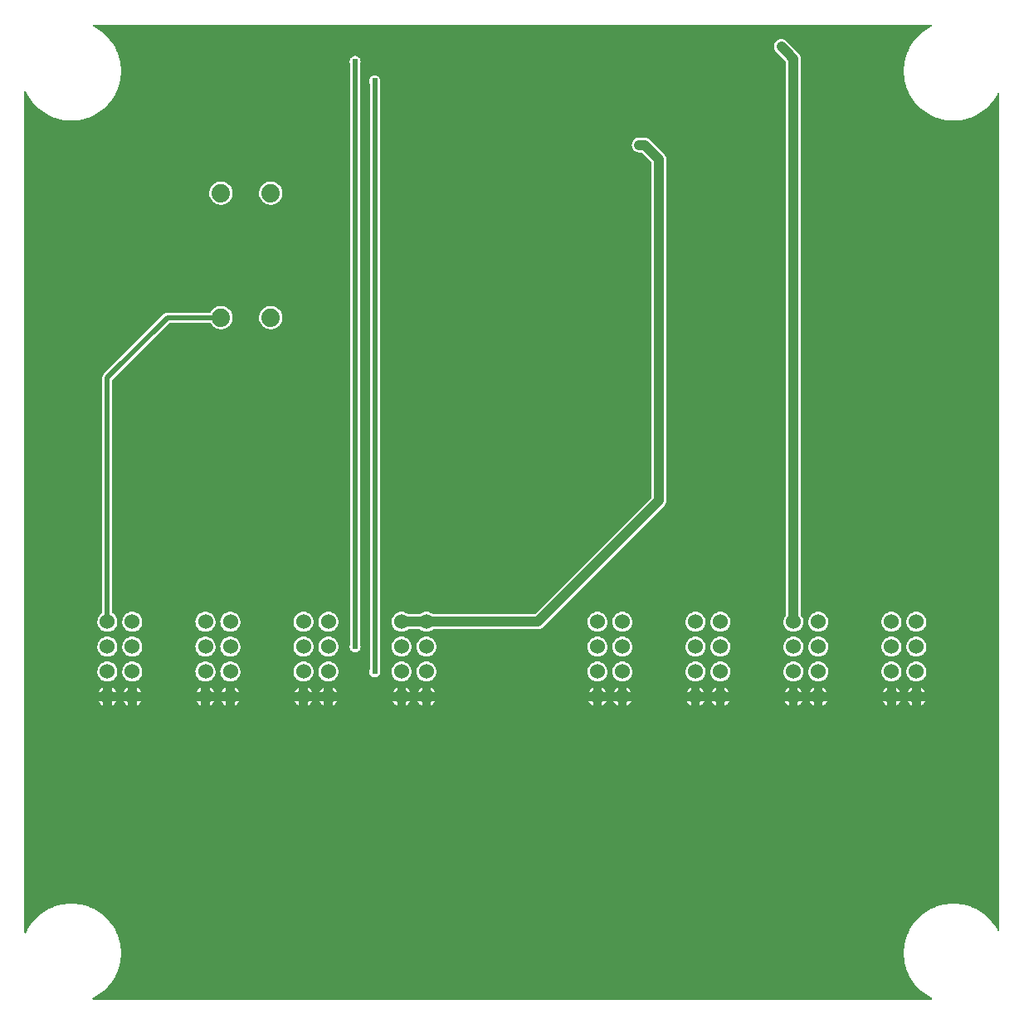
<source format=gbl>
G04 Layer: BottomLayer*
G04 EasyEDA v6.5.20, 2023-09-02 21:33:51*
G04 a67cddfb3fce44daa9051d46cbbcc19f,10*
G04 Gerber Generator version 0.2*
G04 Scale: 100 percent, Rotated: No, Reflected: No *
G04 Dimensions in millimeters *
G04 leading zeros omitted , absolute positions ,4 integer and 5 decimal *
%FSLAX45Y45*%
%MOMM*%

%ADD10C,1.0000*%
%ADD11C,0.5000*%
%ADD12C,1.5240*%
%ADD13C,1.8796*%
%ADD14C,0.6096*%
%ADD15C,0.6100*%
%ADD16C,0.0170*%

%LPD*%
G36*
X731012Y25908D02*
G01*
X727202Y26670D01*
X723900Y28803D01*
X721715Y32004D01*
X720852Y35864D01*
X721512Y39674D01*
X723595Y43027D01*
X726744Y45313D01*
X730402Y46939D01*
X757834Y61722D01*
X784301Y78130D01*
X809701Y96164D01*
X833932Y115722D01*
X856945Y136702D01*
X878586Y159105D01*
X898804Y182778D01*
X917549Y207670D01*
X934719Y233629D01*
X950264Y260654D01*
X964082Y288544D01*
X976172Y317246D01*
X986485Y346659D01*
X994968Y376631D01*
X1001572Y407060D01*
X1006297Y437845D01*
X1009091Y468884D01*
X1010005Y499973D01*
X1009091Y531114D01*
X1006297Y562152D01*
X1001572Y592937D01*
X994968Y623366D01*
X986485Y653338D01*
X976172Y682752D01*
X964082Y711454D01*
X950264Y739343D01*
X934719Y766368D01*
X917549Y792327D01*
X898804Y817219D01*
X878586Y840892D01*
X856945Y863295D01*
X833932Y884275D01*
X809701Y903833D01*
X784301Y921867D01*
X757834Y938276D01*
X730402Y953058D01*
X702106Y966063D01*
X673049Y977341D01*
X643382Y986790D01*
X613156Y994410D01*
X582574Y1000150D01*
X551637Y1003960D01*
X520547Y1005890D01*
X489407Y1005890D01*
X458317Y1003960D01*
X427431Y1000150D01*
X396798Y994410D01*
X366623Y986790D01*
X336905Y977341D01*
X307898Y966063D01*
X279603Y953058D01*
X252171Y938276D01*
X225704Y921867D01*
X200304Y903833D01*
X176022Y884275D01*
X153060Y863295D01*
X131368Y840892D01*
X111150Y817219D01*
X92405Y792327D01*
X75234Y766368D01*
X59740Y739343D01*
X45872Y711454D01*
X43230Y707136D01*
X39928Y704951D01*
X36017Y704189D01*
X32156Y704951D01*
X28854Y707186D01*
X26670Y710438D01*
X25908Y714349D01*
X25908Y9285630D01*
X26670Y9289542D01*
X28854Y9292793D01*
X32156Y9295028D01*
X36017Y9295790D01*
X39928Y9295028D01*
X43230Y9292844D01*
X45872Y9288526D01*
X59740Y9260636D01*
X75234Y9233611D01*
X92405Y9207652D01*
X111150Y9182760D01*
X131368Y9159087D01*
X153060Y9136684D01*
X176022Y9115704D01*
X200304Y9096146D01*
X225704Y9078112D01*
X252171Y9061704D01*
X279603Y9046921D01*
X307898Y9033916D01*
X336905Y9022638D01*
X366623Y9013190D01*
X396798Y9005570D01*
X427431Y8999829D01*
X458317Y8996019D01*
X489407Y8994089D01*
X520547Y8994089D01*
X551637Y8996019D01*
X582574Y8999829D01*
X613156Y9005570D01*
X643382Y9013190D01*
X673049Y9022638D01*
X702106Y9033916D01*
X730402Y9046921D01*
X757834Y9061704D01*
X784301Y9078112D01*
X809701Y9096146D01*
X833932Y9115704D01*
X856945Y9136684D01*
X878586Y9159087D01*
X898804Y9182760D01*
X917549Y9207652D01*
X934719Y9233611D01*
X950264Y9260636D01*
X964082Y9288526D01*
X976172Y9317228D01*
X986485Y9346641D01*
X994968Y9376613D01*
X1001572Y9407042D01*
X1006297Y9437827D01*
X1009091Y9468866D01*
X1010005Y9499955D01*
X1009091Y9531096D01*
X1006297Y9562134D01*
X1001572Y9592919D01*
X994968Y9623348D01*
X986485Y9653320D01*
X976172Y9682734D01*
X964082Y9711436D01*
X950264Y9739325D01*
X934719Y9766350D01*
X917549Y9792309D01*
X898804Y9817201D01*
X878586Y9840874D01*
X856945Y9863277D01*
X833932Y9884257D01*
X809701Y9903815D01*
X784301Y9921849D01*
X757834Y9938258D01*
X730402Y9953040D01*
X726744Y9954717D01*
X723544Y9957003D01*
X721512Y9960305D01*
X720852Y9964166D01*
X721664Y9967976D01*
X723900Y9971176D01*
X727151Y9973360D01*
X731012Y9974072D01*
X9278975Y9974072D01*
X9282836Y9973360D01*
X9286087Y9971176D01*
X9288272Y9967976D01*
X9289135Y9964166D01*
X9288475Y9960305D01*
X9286392Y9957003D01*
X9283242Y9954717D01*
X9279585Y9953040D01*
X9252153Y9938258D01*
X9225686Y9921849D01*
X9200286Y9903815D01*
X9176004Y9884257D01*
X9153042Y9863277D01*
X9131350Y9840874D01*
X9111132Y9817201D01*
X9092387Y9792309D01*
X9075216Y9766350D01*
X9059722Y9739325D01*
X9045854Y9711436D01*
X9033764Y9682734D01*
X9023451Y9653320D01*
X9015018Y9623348D01*
X9008414Y9592919D01*
X9003690Y9562134D01*
X9000845Y9531096D01*
X8999982Y9500006D01*
X9000845Y9468866D01*
X9003690Y9437827D01*
X9008414Y9407042D01*
X9015018Y9376613D01*
X9023451Y9346641D01*
X9033764Y9317228D01*
X9045854Y9288526D01*
X9059722Y9260636D01*
X9075216Y9233611D01*
X9092387Y9207652D01*
X9111132Y9182760D01*
X9131350Y9159087D01*
X9153042Y9136684D01*
X9176004Y9115704D01*
X9200286Y9096146D01*
X9225686Y9078112D01*
X9252153Y9061704D01*
X9279585Y9046921D01*
X9307880Y9033916D01*
X9336887Y9022638D01*
X9366605Y9013190D01*
X9396780Y9005570D01*
X9427413Y8999829D01*
X9458299Y8996019D01*
X9489389Y8994089D01*
X9520529Y8994089D01*
X9551619Y8996019D01*
X9582556Y8999829D01*
X9613138Y9005570D01*
X9643364Y9013190D01*
X9673031Y9022638D01*
X9702088Y9033916D01*
X9730384Y9046921D01*
X9757816Y9061704D01*
X9784283Y9078112D01*
X9809683Y9096146D01*
X9833914Y9115704D01*
X9856927Y9136684D01*
X9878568Y9159087D01*
X9898786Y9182760D01*
X9917531Y9207652D01*
X9934702Y9233611D01*
X9950246Y9260636D01*
X9954818Y9269882D01*
X9957663Y9273336D01*
X9961727Y9275267D01*
X9966248Y9275216D01*
X9970312Y9273286D01*
X9973106Y9269730D01*
X9974072Y9265361D01*
X9974072Y734618D01*
X9973106Y730250D01*
X9970312Y726744D01*
X9966248Y724763D01*
X9961727Y724712D01*
X9957663Y726643D01*
X9954818Y730148D01*
X9950246Y739343D01*
X9934702Y766368D01*
X9917531Y792327D01*
X9898786Y817219D01*
X9878568Y840892D01*
X9856927Y863295D01*
X9833914Y884275D01*
X9809683Y903833D01*
X9784283Y921867D01*
X9757816Y938276D01*
X9730384Y953058D01*
X9702088Y966063D01*
X9673031Y977341D01*
X9643364Y986790D01*
X9613138Y994410D01*
X9582556Y1000150D01*
X9551619Y1003960D01*
X9520529Y1005890D01*
X9489389Y1005890D01*
X9458299Y1003960D01*
X9427413Y1000150D01*
X9396780Y994410D01*
X9366605Y986790D01*
X9336887Y977341D01*
X9307880Y966063D01*
X9279585Y953058D01*
X9252153Y938276D01*
X9225686Y921867D01*
X9200286Y903833D01*
X9176004Y884275D01*
X9153042Y863295D01*
X9131350Y840892D01*
X9111132Y817219D01*
X9092387Y792327D01*
X9075216Y766368D01*
X9059722Y739343D01*
X9045854Y711454D01*
X9033764Y682752D01*
X9023451Y653338D01*
X9015018Y623366D01*
X9008414Y592937D01*
X9003690Y562152D01*
X9000845Y531114D01*
X8999982Y500024D01*
X9000845Y468884D01*
X9003690Y437845D01*
X9008414Y407060D01*
X9015018Y376631D01*
X9023451Y346659D01*
X9033764Y317246D01*
X9045854Y288544D01*
X9059722Y260654D01*
X9075216Y233629D01*
X9092387Y207670D01*
X9111132Y182778D01*
X9131350Y159105D01*
X9153042Y136702D01*
X9176004Y115722D01*
X9200286Y96164D01*
X9225686Y78130D01*
X9252153Y61722D01*
X9279585Y46939D01*
X9283192Y45313D01*
X9286392Y43027D01*
X9288424Y39674D01*
X9289084Y35864D01*
X9288272Y32004D01*
X9286036Y28803D01*
X9282785Y26670D01*
X9278924Y25908D01*
G37*

%LPC*%
G36*
X8035188Y3163316D02*
G01*
X8082534Y3163316D01*
X8082534Y3210661D01*
X8080959Y3210001D01*
X8069224Y3203041D01*
X8058505Y3194558D01*
X8049006Y3184753D01*
X8040928Y3173780D01*
G37*
G36*
X2540000Y8135112D02*
G01*
X2554732Y8136026D01*
X2569260Y8138769D01*
X2583281Y8143240D01*
X2596692Y8149386D01*
X2609240Y8157159D01*
X2620772Y8166404D01*
X2631033Y8177022D01*
X2639923Y8188807D01*
X2647289Y8201558D01*
X2653030Y8215172D01*
X2657094Y8229346D01*
X2659380Y8243925D01*
X2659786Y8258708D01*
X2658465Y8273389D01*
X2655316Y8287816D01*
X2650388Y8301736D01*
X2643784Y8314944D01*
X2635656Y8327237D01*
X2626055Y8338464D01*
X2615133Y8348370D01*
X2603093Y8356904D01*
X2590088Y8363915D01*
X2576322Y8369249D01*
X2562047Y8372805D01*
X2547366Y8374634D01*
X2532634Y8374634D01*
X2517952Y8372805D01*
X2503678Y8369249D01*
X2489911Y8363915D01*
X2476906Y8356904D01*
X2464866Y8348370D01*
X2453944Y8338464D01*
X2444343Y8327237D01*
X2436215Y8314944D01*
X2429611Y8301736D01*
X2424684Y8287816D01*
X2421534Y8273389D01*
X2420213Y8258708D01*
X2420620Y8243925D01*
X2422906Y8229346D01*
X2426970Y8215172D01*
X2432710Y8201558D01*
X2440076Y8188807D01*
X2448966Y8177022D01*
X2459228Y8166404D01*
X2470759Y8157159D01*
X2483307Y8149386D01*
X2496718Y8143240D01*
X2510739Y8138769D01*
X2525268Y8136026D01*
G37*
G36*
X7082536Y3027222D02*
G01*
X7082536Y3074416D01*
X7035342Y3074416D01*
X7037476Y3069793D01*
X7044791Y3058312D01*
X7053580Y3047898D01*
X7063740Y3038754D01*
X7074966Y3031032D01*
G37*
G36*
X6828536Y3027222D02*
G01*
X6828536Y3074416D01*
X6781342Y3074416D01*
X6783476Y3069793D01*
X6790791Y3058312D01*
X6799580Y3047898D01*
X6809740Y3038754D01*
X6820966Y3031032D01*
G37*
G36*
X4171442Y3027222D02*
G01*
X4179011Y3031032D01*
X4190237Y3038754D01*
X4200398Y3047898D01*
X4209186Y3058312D01*
X4216501Y3069793D01*
X4218635Y3074416D01*
X4171442Y3074416D01*
G37*
G36*
X3917442Y3027222D02*
G01*
X3925011Y3031032D01*
X3936237Y3038754D01*
X3946398Y3047898D01*
X3955186Y3058312D01*
X3962501Y3069793D01*
X3964635Y3074416D01*
X3917442Y3074416D01*
G37*
G36*
X6917436Y3027222D02*
G01*
X6925005Y3031032D01*
X6936231Y3038754D01*
X6946392Y3047898D01*
X6955180Y3058312D01*
X6962495Y3069793D01*
X6964629Y3074416D01*
X6917436Y3074416D01*
G37*
G36*
X2082546Y3027222D02*
G01*
X2082546Y3074416D01*
X2035352Y3074416D01*
X2037486Y3069793D01*
X2044801Y3058312D01*
X2053589Y3047898D01*
X2063750Y3038754D01*
X2074976Y3031032D01*
G37*
G36*
X3828542Y3027222D02*
G01*
X3828542Y3074416D01*
X3781348Y3074416D01*
X3783482Y3069793D01*
X3790797Y3058312D01*
X3799586Y3047898D01*
X3809746Y3038754D01*
X3820972Y3031032D01*
G37*
G36*
X8828532Y3027222D02*
G01*
X8828532Y3074416D01*
X8781338Y3074416D01*
X8783472Y3069793D01*
X8790787Y3058312D01*
X8799576Y3047898D01*
X8809736Y3038754D01*
X8820962Y3031032D01*
G37*
G36*
X7171436Y3027222D02*
G01*
X7179005Y3031032D01*
X7190231Y3038754D01*
X7200392Y3047898D01*
X7209180Y3058312D01*
X7216495Y3069793D01*
X7218629Y3074416D01*
X7171436Y3074416D01*
G37*
G36*
X9171432Y3027222D02*
G01*
X9179001Y3031032D01*
X9190228Y3038754D01*
X9200388Y3047898D01*
X9209176Y3058312D01*
X9216491Y3069793D01*
X9218625Y3074416D01*
X9171432Y3074416D01*
G37*
G36*
X4082542Y3027222D02*
G01*
X4082542Y3074416D01*
X4035348Y3074416D01*
X4037482Y3069793D01*
X4044797Y3058312D01*
X4053586Y3047898D01*
X4063746Y3038754D01*
X4074972Y3031032D01*
G37*
G36*
X8917432Y3027222D02*
G01*
X8925001Y3031032D01*
X8936228Y3038754D01*
X8946388Y3047898D01*
X8955176Y3058312D01*
X8962491Y3069793D01*
X8964625Y3074416D01*
X8917432Y3074416D01*
G37*
G36*
X2171446Y3027222D02*
G01*
X2179015Y3031032D01*
X2190242Y3038754D01*
X2200402Y3047898D01*
X2209190Y3058312D01*
X2216505Y3069793D01*
X2218639Y3074416D01*
X2171446Y3074416D01*
G37*
G36*
X9082532Y3027222D02*
G01*
X9082532Y3074416D01*
X9035338Y3074416D01*
X9037472Y3069793D01*
X9044787Y3058312D01*
X9053576Y3047898D01*
X9063736Y3038754D01*
X9074962Y3031032D01*
G37*
G36*
X1082548Y3027222D02*
G01*
X1082548Y3074416D01*
X1035354Y3074416D01*
X1037488Y3069793D01*
X1044803Y3058312D01*
X1053592Y3047898D01*
X1063752Y3038754D01*
X1074978Y3031032D01*
G37*
G36*
X828548Y3027222D02*
G01*
X828548Y3074416D01*
X781354Y3074416D01*
X783488Y3069793D01*
X790803Y3058312D01*
X799592Y3047898D01*
X809752Y3038754D01*
X820978Y3031032D01*
G37*
G36*
X1171448Y3027222D02*
G01*
X1179017Y3031032D01*
X1190244Y3038754D01*
X1200404Y3047898D01*
X1209192Y3058312D01*
X1216507Y3069793D01*
X1218641Y3074416D01*
X1171448Y3074416D01*
G37*
G36*
X1828546Y3027222D02*
G01*
X1828546Y3074416D01*
X1781352Y3074416D01*
X1783486Y3069793D01*
X1790801Y3058312D01*
X1799589Y3047898D01*
X1809750Y3038754D01*
X1820976Y3031032D01*
G37*
G36*
X917448Y3027222D02*
G01*
X925017Y3031032D01*
X936244Y3038754D01*
X946403Y3047898D01*
X955192Y3058312D01*
X962507Y3069793D01*
X964641Y3074416D01*
X917448Y3074416D01*
G37*
G36*
X1917446Y3027222D02*
G01*
X1925015Y3031032D01*
X1936242Y3038754D01*
X1946402Y3047898D01*
X1955190Y3058312D01*
X1962505Y3069793D01*
X1964639Y3074416D01*
X1917446Y3074416D01*
G37*
G36*
X5917438Y3027222D02*
G01*
X5925007Y3031032D01*
X5936234Y3038754D01*
X5946394Y3047898D01*
X5955182Y3058312D01*
X5962497Y3069793D01*
X5964631Y3074416D01*
X5917438Y3074416D01*
G37*
G36*
X2917444Y3027222D02*
G01*
X2925013Y3031032D01*
X2936240Y3038754D01*
X2946400Y3047898D01*
X2955188Y3058312D01*
X2962503Y3069793D01*
X2964637Y3074416D01*
X2917444Y3074416D01*
G37*
G36*
X5828538Y3027222D02*
G01*
X5828538Y3074416D01*
X5781344Y3074416D01*
X5783478Y3069793D01*
X5790793Y3058312D01*
X5799582Y3047898D01*
X5809742Y3038754D01*
X5820968Y3031032D01*
G37*
G36*
X7828534Y3027222D02*
G01*
X7828534Y3074416D01*
X7781340Y3074416D01*
X7783474Y3069793D01*
X7790789Y3058312D01*
X7799578Y3047898D01*
X7809738Y3038754D01*
X7820964Y3031032D01*
G37*
G36*
X3171444Y3027222D02*
G01*
X3179013Y3031032D01*
X3190240Y3038754D01*
X3200400Y3047898D01*
X3209188Y3058312D01*
X3216503Y3069793D01*
X3218637Y3074416D01*
X3171444Y3074416D01*
G37*
G36*
X2828544Y3027222D02*
G01*
X2828544Y3074416D01*
X2781350Y3074416D01*
X2783484Y3069793D01*
X2790799Y3058312D01*
X2799588Y3047898D01*
X2809748Y3038754D01*
X2820974Y3031032D01*
G37*
G36*
X6082538Y3027222D02*
G01*
X6082538Y3074416D01*
X6035344Y3074416D01*
X6037478Y3069793D01*
X6044793Y3058312D01*
X6053582Y3047898D01*
X6063742Y3038754D01*
X6074968Y3031032D01*
G37*
G36*
X8171434Y3027222D02*
G01*
X8179003Y3031032D01*
X8190230Y3038754D01*
X8200390Y3047898D01*
X8209178Y3058312D01*
X8216493Y3069793D01*
X8218627Y3074416D01*
X8171434Y3074416D01*
G37*
G36*
X3082544Y3027222D02*
G01*
X3082544Y3074416D01*
X3035350Y3074416D01*
X3037484Y3069793D01*
X3044799Y3058312D01*
X3053588Y3047898D01*
X3063748Y3038754D01*
X3074974Y3031032D01*
G37*
G36*
X8082534Y3027222D02*
G01*
X8082534Y3074416D01*
X8035340Y3074416D01*
X8037474Y3069793D01*
X8044789Y3058312D01*
X8053578Y3047898D01*
X8063738Y3038754D01*
X8074964Y3031032D01*
G37*
G36*
X6171438Y3027222D02*
G01*
X6179007Y3031032D01*
X6190234Y3038754D01*
X6200394Y3047898D01*
X6209182Y3058312D01*
X6216497Y3069793D01*
X6218631Y3074416D01*
X6171438Y3074416D01*
G37*
G36*
X7917434Y3027222D02*
G01*
X7925003Y3031032D01*
X7936230Y3038754D01*
X7946390Y3047898D01*
X7955178Y3058312D01*
X7962493Y3069793D01*
X7964627Y3074416D01*
X7917434Y3074416D01*
G37*
G36*
X3917442Y3163316D02*
G01*
X3964787Y3163316D01*
X3959047Y3173780D01*
X3950970Y3184753D01*
X3941470Y3194558D01*
X3930751Y3203041D01*
X3919016Y3210001D01*
X3917442Y3210661D01*
G37*
G36*
X3781196Y3163316D02*
G01*
X3828542Y3163316D01*
X3828542Y3210661D01*
X3826967Y3210001D01*
X3815232Y3203041D01*
X3804513Y3194558D01*
X3795014Y3184753D01*
X3786936Y3173780D01*
G37*
G36*
X6781190Y3163316D02*
G01*
X6828536Y3163316D01*
X6828536Y3210661D01*
X6826961Y3210001D01*
X6815226Y3203041D01*
X6804507Y3194558D01*
X6795008Y3184753D01*
X6786930Y3173780D01*
G37*
G36*
X4035196Y3163316D02*
G01*
X4082542Y3163316D01*
X4082542Y3210661D01*
X4080967Y3210001D01*
X4069232Y3203041D01*
X4058513Y3194558D01*
X4049014Y3184753D01*
X4040936Y3173780D01*
G37*
G36*
X4171442Y3163316D02*
G01*
X4218787Y3163316D01*
X4213047Y3173780D01*
X4204970Y3184753D01*
X4195470Y3194558D01*
X4184751Y3203041D01*
X4173016Y3210001D01*
X4171442Y3210661D01*
G37*
G36*
X7171436Y3163316D02*
G01*
X7218781Y3163316D01*
X7213041Y3173780D01*
X7204964Y3184753D01*
X7195464Y3194558D01*
X7184745Y3203041D01*
X7173010Y3210001D01*
X7171436Y3210661D01*
G37*
G36*
X6917436Y3163316D02*
G01*
X6964781Y3163316D01*
X6959041Y3173780D01*
X6950964Y3184753D01*
X6941464Y3194558D01*
X6930745Y3203041D01*
X6919010Y3210001D01*
X6917436Y3210661D01*
G37*
G36*
X8781186Y3163316D02*
G01*
X8828532Y3163316D01*
X8828532Y3210661D01*
X8826957Y3210001D01*
X8815222Y3203041D01*
X8804503Y3194558D01*
X8795004Y3184753D01*
X8786926Y3173780D01*
G37*
G36*
X2171446Y3163316D02*
G01*
X2218791Y3163316D01*
X2213051Y3173780D01*
X2204974Y3184753D01*
X2195474Y3194558D01*
X2184755Y3203041D01*
X2173020Y3210001D01*
X2171446Y3210661D01*
G37*
G36*
X9035186Y3163316D02*
G01*
X9082532Y3163316D01*
X9082532Y3210661D01*
X9080957Y3210001D01*
X9069222Y3203041D01*
X9058503Y3194558D01*
X9049004Y3184753D01*
X9040926Y3173780D01*
G37*
G36*
X7035190Y3163316D02*
G01*
X7082536Y3163316D01*
X7082536Y3210661D01*
X7080961Y3210001D01*
X7069226Y3203041D01*
X7058507Y3194558D01*
X7049008Y3184753D01*
X7040930Y3173780D01*
G37*
G36*
X8917432Y3163316D02*
G01*
X8964777Y3163316D01*
X8959037Y3173780D01*
X8950960Y3184753D01*
X8941460Y3194558D01*
X8930741Y3203041D01*
X8919006Y3210001D01*
X8917432Y3210661D01*
G37*
G36*
X2035200Y3163316D02*
G01*
X2082546Y3163316D01*
X2082546Y3210661D01*
X2080971Y3210001D01*
X2069236Y3203041D01*
X2058517Y3194558D01*
X2049018Y3184753D01*
X2040940Y3173780D01*
G37*
G36*
X9171432Y3163316D02*
G01*
X9218777Y3163316D01*
X9213037Y3173780D01*
X9204960Y3184753D01*
X9195460Y3194558D01*
X9184741Y3203041D01*
X9173006Y3210001D01*
X9171432Y3210661D01*
G37*
G36*
X1171448Y3163316D02*
G01*
X1218793Y3163316D01*
X1213053Y3173780D01*
X1204976Y3184753D01*
X1195476Y3194558D01*
X1184757Y3203041D01*
X1173022Y3210001D01*
X1171448Y3210661D01*
G37*
G36*
X781202Y3163316D02*
G01*
X828548Y3163316D01*
X828548Y3210661D01*
X826973Y3210001D01*
X815238Y3203041D01*
X804519Y3194558D01*
X795020Y3184753D01*
X786942Y3173780D01*
G37*
G36*
X1035202Y3163316D02*
G01*
X1082548Y3163316D01*
X1082548Y3210661D01*
X1080973Y3210001D01*
X1069238Y3203041D01*
X1058519Y3194558D01*
X1049020Y3184753D01*
X1040942Y3173780D01*
G37*
G36*
X1781200Y3163316D02*
G01*
X1828546Y3163316D01*
X1828546Y3210661D01*
X1826971Y3210001D01*
X1815236Y3203041D01*
X1804517Y3194558D01*
X1795018Y3184753D01*
X1786940Y3173780D01*
G37*
G36*
X917448Y3163316D02*
G01*
X964793Y3163316D01*
X959053Y3173780D01*
X950976Y3184753D01*
X941476Y3194558D01*
X930757Y3203041D01*
X919022Y3210001D01*
X917448Y3210661D01*
G37*
G36*
X1917446Y3163316D02*
G01*
X1964791Y3163316D01*
X1959051Y3173780D01*
X1950974Y3184753D01*
X1941474Y3194558D01*
X1930755Y3203041D01*
X1919020Y3210001D01*
X1917446Y3210661D01*
G37*
G36*
X3171444Y3163316D02*
G01*
X3218789Y3163316D01*
X3213049Y3173780D01*
X3204972Y3184753D01*
X3195472Y3194558D01*
X3184753Y3203041D01*
X3173018Y3210001D01*
X3171444Y3210661D01*
G37*
G36*
X6171438Y3163316D02*
G01*
X6218783Y3163316D01*
X6213043Y3173780D01*
X6204966Y3184753D01*
X6195466Y3194558D01*
X6184747Y3203041D01*
X6173012Y3210001D01*
X6171438Y3210661D01*
G37*
G36*
X3035198Y3163316D02*
G01*
X3082544Y3163316D01*
X3082544Y3210661D01*
X3080969Y3210001D01*
X3069234Y3203041D01*
X3058515Y3194558D01*
X3049016Y3184753D01*
X3040938Y3173780D01*
G37*
G36*
X2917444Y3163316D02*
G01*
X2964789Y3163316D01*
X2959049Y3173780D01*
X2950972Y3184753D01*
X2941472Y3194558D01*
X2930753Y3203041D01*
X2919018Y3210001D01*
X2917444Y3210661D01*
G37*
G36*
X6035192Y3163316D02*
G01*
X6082538Y3163316D01*
X6082538Y3210661D01*
X6080963Y3210001D01*
X6069228Y3203041D01*
X6058509Y3194558D01*
X6049010Y3184753D01*
X6040932Y3173780D01*
G37*
G36*
X7917434Y3163316D02*
G01*
X7964779Y3163316D01*
X7959039Y3173780D01*
X7950962Y3184753D01*
X7941462Y3194558D01*
X7930743Y3203041D01*
X7919008Y3210001D01*
X7917434Y3210661D01*
G37*
G36*
X5917438Y3163316D02*
G01*
X5964783Y3163316D01*
X5959043Y3173780D01*
X5950966Y3184753D01*
X5941466Y3194558D01*
X5930747Y3203041D01*
X5919012Y3210001D01*
X5917438Y3210661D01*
G37*
G36*
X2032000Y8135112D02*
G01*
X2046732Y8136026D01*
X2061260Y8138769D01*
X2075281Y8143240D01*
X2088692Y8149386D01*
X2101240Y8157159D01*
X2112772Y8166404D01*
X2123033Y8177022D01*
X2131923Y8188807D01*
X2139289Y8201558D01*
X2145030Y8215172D01*
X2149094Y8229346D01*
X2151380Y8243925D01*
X2151786Y8258708D01*
X2150465Y8273389D01*
X2147316Y8287816D01*
X2142388Y8301736D01*
X2135784Y8314944D01*
X2127656Y8327237D01*
X2118055Y8338464D01*
X2107133Y8348370D01*
X2095093Y8356904D01*
X2082088Y8363915D01*
X2068322Y8369249D01*
X2054047Y8372805D01*
X2039366Y8374634D01*
X2024634Y8374634D01*
X2009952Y8372805D01*
X1995678Y8369249D01*
X1981911Y8363915D01*
X1968906Y8356904D01*
X1956866Y8348370D01*
X1945944Y8338464D01*
X1936343Y8327237D01*
X1928215Y8314944D01*
X1921611Y8301736D01*
X1916684Y8287816D01*
X1913534Y8273389D01*
X1912213Y8258708D01*
X1912620Y8243925D01*
X1914906Y8229346D01*
X1918970Y8215172D01*
X1924710Y8201558D01*
X1932076Y8188807D01*
X1940966Y8177022D01*
X1951228Y8166404D01*
X1962759Y8157159D01*
X1975307Y8149386D01*
X1988718Y8143240D01*
X2002739Y8138769D01*
X2017268Y8136026D01*
G37*
G36*
X5781192Y3163316D02*
G01*
X5828538Y3163316D01*
X5828538Y3210661D01*
X5826963Y3210001D01*
X5815228Y3203041D01*
X5804509Y3194558D01*
X5795010Y3184753D01*
X5786932Y3173780D01*
G37*
G36*
X7781188Y3163316D02*
G01*
X7828534Y3163316D01*
X7828534Y3210661D01*
X7826959Y3210001D01*
X7815224Y3203041D01*
X7804505Y3194558D01*
X7795006Y3184753D01*
X7786928Y3173780D01*
G37*
G36*
X2781198Y3163316D02*
G01*
X2828544Y3163316D01*
X2828544Y3210661D01*
X2826969Y3210001D01*
X2815234Y3203041D01*
X2804515Y3194558D01*
X2795016Y3184753D01*
X2786938Y3173780D01*
G37*
G36*
X8171434Y3163316D02*
G01*
X8218779Y3163316D01*
X8213039Y3173780D01*
X8204962Y3184753D01*
X8195462Y3194558D01*
X8184743Y3203041D01*
X8173008Y3210001D01*
X8171434Y3210661D01*
G37*
G36*
X2126996Y3270758D02*
G01*
X2140610Y3271672D01*
X2153970Y3274415D01*
X2166874Y3278886D01*
X2179015Y3285032D01*
X2190242Y3292754D01*
X2200402Y3301898D01*
X2209190Y3312312D01*
X2216505Y3323793D01*
X2222246Y3336188D01*
X2226310Y3349193D01*
X2228545Y3362655D01*
X2229002Y3376269D01*
X2227681Y3389833D01*
X2224481Y3403092D01*
X2219604Y3415842D01*
X2213051Y3427780D01*
X2204974Y3438753D01*
X2195474Y3448558D01*
X2184755Y3457041D01*
X2173020Y3464001D01*
X2160473Y3469284D01*
X2147316Y3472891D01*
X2133803Y3474720D01*
X2120188Y3474720D01*
X2106676Y3472891D01*
X2093518Y3469284D01*
X2080971Y3464001D01*
X2069236Y3457041D01*
X2058517Y3448558D01*
X2049018Y3438753D01*
X2040940Y3427780D01*
X2034387Y3415842D01*
X2029510Y3403092D01*
X2026310Y3389833D01*
X2024989Y3376269D01*
X2025446Y3362655D01*
X2027682Y3349193D01*
X2031746Y3336188D01*
X2037486Y3323793D01*
X2044801Y3312312D01*
X2053589Y3301898D01*
X2063750Y3292754D01*
X2074976Y3285032D01*
X2087118Y3278886D01*
X2100021Y3274415D01*
X2113381Y3271672D01*
G37*
G36*
X3872992Y3270758D02*
G01*
X3886606Y3271672D01*
X3899966Y3274415D01*
X3912870Y3278886D01*
X3925011Y3285032D01*
X3936237Y3292754D01*
X3946398Y3301898D01*
X3955186Y3312312D01*
X3962501Y3323793D01*
X3968242Y3336188D01*
X3972306Y3349193D01*
X3974541Y3362655D01*
X3974998Y3376269D01*
X3973677Y3389833D01*
X3970477Y3403092D01*
X3965600Y3415842D01*
X3959047Y3427780D01*
X3950970Y3438753D01*
X3941470Y3448558D01*
X3930751Y3457041D01*
X3919016Y3464001D01*
X3906469Y3469284D01*
X3893312Y3472891D01*
X3879799Y3474720D01*
X3866184Y3474720D01*
X3852672Y3472891D01*
X3839514Y3469284D01*
X3826967Y3464001D01*
X3815232Y3457041D01*
X3804513Y3448558D01*
X3795014Y3438753D01*
X3786936Y3427780D01*
X3780383Y3415842D01*
X3775506Y3403092D01*
X3772306Y3389833D01*
X3770985Y3376269D01*
X3771442Y3362655D01*
X3773678Y3349193D01*
X3777742Y3336188D01*
X3783482Y3323793D01*
X3790797Y3312312D01*
X3799586Y3301898D01*
X3809746Y3292754D01*
X3820972Y3285032D01*
X3833114Y3278886D01*
X3846017Y3274415D01*
X3859377Y3271672D01*
G37*
G36*
X8872982Y3270758D02*
G01*
X8886596Y3271672D01*
X8899956Y3274415D01*
X8912860Y3278886D01*
X8925001Y3285032D01*
X8936228Y3292754D01*
X8946388Y3301898D01*
X8955176Y3312312D01*
X8962491Y3323793D01*
X8968232Y3336188D01*
X8972296Y3349193D01*
X8974531Y3362655D01*
X8974988Y3376269D01*
X8973667Y3389833D01*
X8970467Y3403092D01*
X8965590Y3415842D01*
X8959037Y3427780D01*
X8950960Y3438753D01*
X8941460Y3448558D01*
X8930741Y3457041D01*
X8919006Y3464001D01*
X8906459Y3469284D01*
X8893302Y3472891D01*
X8879789Y3474720D01*
X8866174Y3474720D01*
X8852662Y3472891D01*
X8839504Y3469284D01*
X8826957Y3464001D01*
X8815222Y3457041D01*
X8804503Y3448558D01*
X8795004Y3438753D01*
X8786926Y3427780D01*
X8780373Y3415842D01*
X8775496Y3403092D01*
X8772296Y3389833D01*
X8770975Y3376269D01*
X8771432Y3362655D01*
X8773668Y3349193D01*
X8777732Y3336188D01*
X8783472Y3323793D01*
X8790787Y3312312D01*
X8799576Y3301898D01*
X8809736Y3292754D01*
X8820962Y3285032D01*
X8833104Y3278886D01*
X8846007Y3274415D01*
X8859367Y3271672D01*
G37*
G36*
X4126992Y3270758D02*
G01*
X4140606Y3271672D01*
X4153966Y3274415D01*
X4166870Y3278886D01*
X4179011Y3285032D01*
X4190237Y3292754D01*
X4200398Y3301898D01*
X4209186Y3312312D01*
X4216501Y3323793D01*
X4222242Y3336188D01*
X4226306Y3349193D01*
X4228541Y3362655D01*
X4228998Y3376269D01*
X4227677Y3389833D01*
X4224477Y3403092D01*
X4219600Y3415842D01*
X4213047Y3427780D01*
X4204970Y3438753D01*
X4195470Y3448558D01*
X4184751Y3457041D01*
X4173016Y3464001D01*
X4160469Y3469284D01*
X4147312Y3472891D01*
X4133799Y3474720D01*
X4120184Y3474720D01*
X4106672Y3472891D01*
X4093514Y3469284D01*
X4080967Y3464001D01*
X4069232Y3457041D01*
X4058513Y3448558D01*
X4049014Y3438753D01*
X4040936Y3427780D01*
X4034383Y3415842D01*
X4029506Y3403092D01*
X4026306Y3389833D01*
X4024985Y3376269D01*
X4025442Y3362655D01*
X4027678Y3349193D01*
X4031742Y3336188D01*
X4037482Y3323793D01*
X4044797Y3312312D01*
X4053586Y3301898D01*
X4063746Y3292754D01*
X4074972Y3285032D01*
X4087114Y3278886D01*
X4100017Y3274415D01*
X4113377Y3271672D01*
G37*
G36*
X2872994Y3270758D02*
G01*
X2886608Y3271672D01*
X2899968Y3274415D01*
X2912872Y3278886D01*
X2925013Y3285032D01*
X2936240Y3292754D01*
X2946400Y3301898D01*
X2955188Y3312312D01*
X2962503Y3323793D01*
X2968244Y3336188D01*
X2972308Y3349193D01*
X2974543Y3362655D01*
X2975000Y3376269D01*
X2973679Y3389833D01*
X2970479Y3403092D01*
X2965602Y3415842D01*
X2959049Y3427780D01*
X2950972Y3438753D01*
X2941472Y3448558D01*
X2930753Y3457041D01*
X2919018Y3464001D01*
X2906471Y3469284D01*
X2893314Y3472891D01*
X2879801Y3474720D01*
X2866186Y3474720D01*
X2852674Y3472891D01*
X2839516Y3469284D01*
X2826969Y3464001D01*
X2815234Y3457041D01*
X2804515Y3448558D01*
X2795016Y3438753D01*
X2786938Y3427780D01*
X2780385Y3415842D01*
X2775508Y3403092D01*
X2772308Y3389833D01*
X2770987Y3376269D01*
X2771444Y3362655D01*
X2773680Y3349193D01*
X2777744Y3336188D01*
X2783484Y3323793D01*
X2790799Y3312312D01*
X2799588Y3301898D01*
X2809748Y3292754D01*
X2820974Y3285032D01*
X2833116Y3278886D01*
X2846019Y3274415D01*
X2859379Y3271672D01*
G37*
G36*
X3126994Y3270758D02*
G01*
X3140608Y3271672D01*
X3153968Y3274415D01*
X3166872Y3278886D01*
X3179013Y3285032D01*
X3190240Y3292754D01*
X3200400Y3301898D01*
X3209188Y3312312D01*
X3216503Y3323793D01*
X3222244Y3336188D01*
X3226308Y3349193D01*
X3228543Y3362655D01*
X3229000Y3376269D01*
X3227679Y3389833D01*
X3224479Y3403092D01*
X3219602Y3415842D01*
X3213049Y3427780D01*
X3204972Y3438753D01*
X3195472Y3448558D01*
X3184753Y3457041D01*
X3173018Y3464001D01*
X3160471Y3469284D01*
X3147314Y3472891D01*
X3133801Y3474720D01*
X3120186Y3474720D01*
X3106674Y3472891D01*
X3093516Y3469284D01*
X3080969Y3464001D01*
X3069234Y3457041D01*
X3058515Y3448558D01*
X3049016Y3438753D01*
X3040938Y3427780D01*
X3034385Y3415842D01*
X3029508Y3403092D01*
X3026308Y3389833D01*
X3024987Y3376269D01*
X3025444Y3362655D01*
X3027680Y3349193D01*
X3031744Y3336188D01*
X3037484Y3323793D01*
X3044799Y3312312D01*
X3053588Y3301898D01*
X3063748Y3292754D01*
X3074974Y3285032D01*
X3087116Y3278886D01*
X3100019Y3274415D01*
X3113379Y3271672D01*
G37*
G36*
X7872984Y3270758D02*
G01*
X7886598Y3271672D01*
X7899958Y3274415D01*
X7912862Y3278886D01*
X7925003Y3285032D01*
X7936230Y3292754D01*
X7946390Y3301898D01*
X7955178Y3312312D01*
X7962493Y3323793D01*
X7968234Y3336188D01*
X7972298Y3349193D01*
X7974533Y3362655D01*
X7974990Y3376269D01*
X7973669Y3389833D01*
X7970469Y3403092D01*
X7965592Y3415842D01*
X7959039Y3427780D01*
X7950962Y3438753D01*
X7941462Y3448558D01*
X7930743Y3457041D01*
X7919008Y3464001D01*
X7906461Y3469284D01*
X7893303Y3472891D01*
X7879791Y3474720D01*
X7866176Y3474720D01*
X7852664Y3472891D01*
X7839506Y3469284D01*
X7826959Y3464001D01*
X7815224Y3457041D01*
X7804505Y3448558D01*
X7795006Y3438753D01*
X7786928Y3427780D01*
X7780375Y3415842D01*
X7775498Y3403092D01*
X7772298Y3389833D01*
X7770977Y3376269D01*
X7771434Y3362655D01*
X7773670Y3349193D01*
X7777734Y3336188D01*
X7783474Y3323793D01*
X7790789Y3312312D01*
X7799578Y3301898D01*
X7809738Y3292754D01*
X7820964Y3285032D01*
X7833106Y3278886D01*
X7846009Y3274415D01*
X7859369Y3271672D01*
G37*
G36*
X6126988Y3270758D02*
G01*
X6140602Y3271672D01*
X6153962Y3274415D01*
X6166866Y3278886D01*
X6179007Y3285032D01*
X6190234Y3292754D01*
X6200394Y3301898D01*
X6209182Y3312312D01*
X6216497Y3323793D01*
X6222238Y3336188D01*
X6226302Y3349193D01*
X6228537Y3362655D01*
X6228994Y3376269D01*
X6227673Y3389833D01*
X6224473Y3403092D01*
X6219596Y3415842D01*
X6213043Y3427780D01*
X6204966Y3438753D01*
X6195466Y3448558D01*
X6184747Y3457041D01*
X6173012Y3464001D01*
X6160465Y3469284D01*
X6147308Y3472891D01*
X6133795Y3474720D01*
X6120180Y3474720D01*
X6106668Y3472891D01*
X6093510Y3469284D01*
X6080963Y3464001D01*
X6069228Y3457041D01*
X6058509Y3448558D01*
X6049010Y3438753D01*
X6040932Y3427780D01*
X6034379Y3415842D01*
X6029502Y3403092D01*
X6026302Y3389833D01*
X6024981Y3376269D01*
X6025438Y3362655D01*
X6027674Y3349193D01*
X6031738Y3336188D01*
X6037478Y3323793D01*
X6044793Y3312312D01*
X6053582Y3301898D01*
X6063742Y3292754D01*
X6074968Y3285032D01*
X6087110Y3278886D01*
X6100013Y3274415D01*
X6113373Y3271672D01*
G37*
G36*
X7126986Y3270758D02*
G01*
X7140600Y3271672D01*
X7153960Y3274415D01*
X7166864Y3278886D01*
X7179005Y3285032D01*
X7190231Y3292754D01*
X7200392Y3301898D01*
X7209180Y3312312D01*
X7216495Y3323793D01*
X7222236Y3336188D01*
X7226300Y3349193D01*
X7228535Y3362655D01*
X7228992Y3376269D01*
X7227671Y3389833D01*
X7224471Y3403092D01*
X7219594Y3415842D01*
X7213041Y3427780D01*
X7204964Y3438753D01*
X7195464Y3448558D01*
X7184745Y3457041D01*
X7173010Y3464001D01*
X7160463Y3469284D01*
X7147306Y3472891D01*
X7133793Y3474720D01*
X7120178Y3474720D01*
X7106666Y3472891D01*
X7093508Y3469284D01*
X7080961Y3464001D01*
X7069226Y3457041D01*
X7058507Y3448558D01*
X7049008Y3438753D01*
X7040930Y3427780D01*
X7034377Y3415842D01*
X7029500Y3403092D01*
X7026300Y3389833D01*
X7024979Y3376269D01*
X7025436Y3362655D01*
X7027672Y3349193D01*
X7031736Y3336188D01*
X7037476Y3323793D01*
X7044791Y3312312D01*
X7053580Y3301898D01*
X7063740Y3292754D01*
X7074966Y3285032D01*
X7087108Y3278886D01*
X7100011Y3274415D01*
X7113371Y3271672D01*
G37*
G36*
X8126984Y3270758D02*
G01*
X8140598Y3271672D01*
X8153958Y3274415D01*
X8166862Y3278886D01*
X8179003Y3285032D01*
X8190230Y3292754D01*
X8200390Y3301898D01*
X8209178Y3312312D01*
X8216493Y3323793D01*
X8222234Y3336188D01*
X8226298Y3349193D01*
X8228533Y3362655D01*
X8228990Y3376269D01*
X8227669Y3389833D01*
X8224469Y3403092D01*
X8219592Y3415842D01*
X8213039Y3427780D01*
X8204962Y3438753D01*
X8195462Y3448558D01*
X8184743Y3457041D01*
X8173008Y3464001D01*
X8160461Y3469284D01*
X8147303Y3472891D01*
X8133791Y3474720D01*
X8120176Y3474720D01*
X8106664Y3472891D01*
X8093506Y3469284D01*
X8080959Y3464001D01*
X8069224Y3457041D01*
X8058505Y3448558D01*
X8049006Y3438753D01*
X8040928Y3427780D01*
X8034375Y3415842D01*
X8029498Y3403092D01*
X8026298Y3389833D01*
X8024977Y3376269D01*
X8025434Y3362655D01*
X8027670Y3349193D01*
X8031734Y3336188D01*
X8037474Y3323793D01*
X8044789Y3312312D01*
X8053578Y3301898D01*
X8063738Y3292754D01*
X8074964Y3285032D01*
X8087106Y3278886D01*
X8100009Y3274415D01*
X8113369Y3271672D01*
G37*
G36*
X5872988Y3270758D02*
G01*
X5886602Y3271672D01*
X5899962Y3274415D01*
X5912866Y3278886D01*
X5925007Y3285032D01*
X5936234Y3292754D01*
X5946394Y3301898D01*
X5955182Y3312312D01*
X5962497Y3323793D01*
X5968238Y3336188D01*
X5972302Y3349193D01*
X5974537Y3362655D01*
X5974994Y3376269D01*
X5973673Y3389833D01*
X5970473Y3403092D01*
X5965596Y3415842D01*
X5959043Y3427780D01*
X5950966Y3438753D01*
X5941466Y3448558D01*
X5930747Y3457041D01*
X5919012Y3464001D01*
X5906465Y3469284D01*
X5893308Y3472891D01*
X5879795Y3474720D01*
X5866180Y3474720D01*
X5852668Y3472891D01*
X5839510Y3469284D01*
X5826963Y3464001D01*
X5815228Y3457041D01*
X5804509Y3448558D01*
X5795010Y3438753D01*
X5786932Y3427780D01*
X5780379Y3415842D01*
X5775502Y3403092D01*
X5772302Y3389833D01*
X5770981Y3376269D01*
X5771438Y3362655D01*
X5773674Y3349193D01*
X5777738Y3336188D01*
X5783478Y3323793D01*
X5790793Y3312312D01*
X5799582Y3301898D01*
X5809742Y3292754D01*
X5820968Y3285032D01*
X5833110Y3278886D01*
X5846013Y3274415D01*
X5859373Y3271672D01*
G37*
G36*
X6872986Y3270758D02*
G01*
X6886600Y3271672D01*
X6899960Y3274415D01*
X6912864Y3278886D01*
X6925005Y3285032D01*
X6936231Y3292754D01*
X6946392Y3301898D01*
X6955180Y3312312D01*
X6962495Y3323793D01*
X6968236Y3336188D01*
X6972300Y3349193D01*
X6974535Y3362655D01*
X6974992Y3376269D01*
X6973671Y3389833D01*
X6970471Y3403092D01*
X6965594Y3415842D01*
X6959041Y3427780D01*
X6950964Y3438753D01*
X6941464Y3448558D01*
X6930745Y3457041D01*
X6919010Y3464001D01*
X6906463Y3469284D01*
X6893306Y3472891D01*
X6879793Y3474720D01*
X6866178Y3474720D01*
X6852666Y3472891D01*
X6839508Y3469284D01*
X6826961Y3464001D01*
X6815226Y3457041D01*
X6804507Y3448558D01*
X6795008Y3438753D01*
X6786930Y3427780D01*
X6780377Y3415842D01*
X6775500Y3403092D01*
X6772300Y3389833D01*
X6770979Y3376269D01*
X6771436Y3362655D01*
X6773672Y3349193D01*
X6777736Y3336188D01*
X6783476Y3323793D01*
X6790791Y3312312D01*
X6799580Y3301898D01*
X6809740Y3292754D01*
X6820966Y3285032D01*
X6833108Y3278886D01*
X6846011Y3274415D01*
X6859371Y3271672D01*
G37*
G36*
X9126982Y3270758D02*
G01*
X9140596Y3271672D01*
X9153956Y3274415D01*
X9166860Y3278886D01*
X9179001Y3285032D01*
X9190228Y3292754D01*
X9200388Y3301898D01*
X9209176Y3312312D01*
X9216491Y3323793D01*
X9222232Y3336188D01*
X9226296Y3349193D01*
X9228531Y3362655D01*
X9228988Y3376269D01*
X9227667Y3389833D01*
X9224467Y3403092D01*
X9219590Y3415842D01*
X9213037Y3427780D01*
X9204960Y3438753D01*
X9195460Y3448558D01*
X9184741Y3457041D01*
X9173006Y3464001D01*
X9160459Y3469284D01*
X9147302Y3472891D01*
X9133789Y3474720D01*
X9120174Y3474720D01*
X9106662Y3472891D01*
X9093504Y3469284D01*
X9080957Y3464001D01*
X9069222Y3457041D01*
X9058503Y3448558D01*
X9049004Y3438753D01*
X9040926Y3427780D01*
X9034373Y3415842D01*
X9029496Y3403092D01*
X9026296Y3389833D01*
X9024975Y3376269D01*
X9025432Y3362655D01*
X9027668Y3349193D01*
X9031732Y3336188D01*
X9037472Y3323793D01*
X9044787Y3312312D01*
X9053576Y3301898D01*
X9063736Y3292754D01*
X9074962Y3285032D01*
X9087104Y3278886D01*
X9100007Y3274415D01*
X9113367Y3271672D01*
G37*
G36*
X1872996Y3270758D02*
G01*
X1886610Y3271672D01*
X1899970Y3274415D01*
X1912874Y3278886D01*
X1925015Y3285032D01*
X1936242Y3292754D01*
X1946402Y3301898D01*
X1955190Y3312312D01*
X1962505Y3323793D01*
X1968246Y3336188D01*
X1972310Y3349193D01*
X1974545Y3362655D01*
X1975002Y3376269D01*
X1973681Y3389833D01*
X1970481Y3403092D01*
X1965604Y3415842D01*
X1959051Y3427780D01*
X1950974Y3438753D01*
X1941474Y3448558D01*
X1930755Y3457041D01*
X1919020Y3464001D01*
X1906473Y3469284D01*
X1893316Y3472891D01*
X1879803Y3474720D01*
X1866188Y3474720D01*
X1852675Y3472891D01*
X1839518Y3469284D01*
X1826971Y3464001D01*
X1815236Y3457041D01*
X1804517Y3448558D01*
X1795018Y3438753D01*
X1786940Y3427780D01*
X1780387Y3415842D01*
X1775510Y3403092D01*
X1772310Y3389833D01*
X1770989Y3376269D01*
X1771446Y3362655D01*
X1773682Y3349193D01*
X1777746Y3336188D01*
X1783486Y3323793D01*
X1790801Y3312312D01*
X1799589Y3301898D01*
X1809750Y3292754D01*
X1820976Y3285032D01*
X1833118Y3278886D01*
X1846021Y3274415D01*
X1859381Y3271672D01*
G37*
G36*
X1126998Y3270758D02*
G01*
X1140612Y3271672D01*
X1153972Y3274415D01*
X1166876Y3278886D01*
X1179017Y3285032D01*
X1190244Y3292754D01*
X1200404Y3301898D01*
X1209192Y3312312D01*
X1216507Y3323793D01*
X1222248Y3336188D01*
X1226312Y3349193D01*
X1228547Y3362655D01*
X1229004Y3376269D01*
X1227683Y3389833D01*
X1224483Y3403092D01*
X1219606Y3415842D01*
X1213053Y3427780D01*
X1204976Y3438753D01*
X1195476Y3448558D01*
X1184757Y3457041D01*
X1173022Y3464001D01*
X1160475Y3469284D01*
X1147318Y3472891D01*
X1133805Y3474720D01*
X1120190Y3474720D01*
X1106678Y3472891D01*
X1093520Y3469284D01*
X1080973Y3464001D01*
X1069238Y3457041D01*
X1058519Y3448558D01*
X1049020Y3438753D01*
X1040942Y3427780D01*
X1034389Y3415842D01*
X1029512Y3403092D01*
X1026312Y3389833D01*
X1024991Y3376269D01*
X1025448Y3362655D01*
X1027684Y3349193D01*
X1031748Y3336188D01*
X1037488Y3323793D01*
X1044803Y3312312D01*
X1053592Y3301898D01*
X1063752Y3292754D01*
X1074978Y3285032D01*
X1087120Y3278886D01*
X1100023Y3274415D01*
X1113383Y3271672D01*
G37*
G36*
X872998Y3270758D02*
G01*
X886612Y3271672D01*
X899972Y3274415D01*
X912876Y3278886D01*
X925017Y3285032D01*
X936244Y3292754D01*
X946403Y3301898D01*
X955192Y3312312D01*
X962507Y3323793D01*
X968248Y3336188D01*
X972312Y3349193D01*
X974547Y3362655D01*
X975004Y3376269D01*
X973683Y3389833D01*
X970483Y3403092D01*
X965606Y3415842D01*
X959053Y3427780D01*
X950976Y3438753D01*
X941476Y3448558D01*
X930757Y3457041D01*
X919022Y3464001D01*
X906475Y3469284D01*
X893318Y3472891D01*
X879805Y3474720D01*
X866190Y3474720D01*
X852678Y3472891D01*
X839520Y3469284D01*
X826973Y3464001D01*
X815238Y3457041D01*
X804519Y3448558D01*
X795020Y3438753D01*
X786942Y3427780D01*
X780389Y3415842D01*
X775512Y3403092D01*
X772312Y3389833D01*
X770991Y3376269D01*
X771448Y3362655D01*
X773684Y3349193D01*
X777748Y3336188D01*
X783488Y3323793D01*
X790803Y3312312D01*
X799592Y3301898D01*
X809752Y3292754D01*
X820978Y3285032D01*
X833119Y3278886D01*
X846023Y3274415D01*
X859383Y3271672D01*
G37*
G36*
X3599992Y3316630D02*
G01*
X3609797Y3317494D01*
X3619246Y3320034D01*
X3628186Y3324199D01*
X3636213Y3329838D01*
X3643172Y3336747D01*
X3648811Y3344824D01*
X3652926Y3353714D01*
X3655466Y3363214D01*
X3656329Y3372967D01*
X3655466Y3382772D01*
X3652926Y3392271D01*
X3651859Y3394608D01*
X3650894Y3398875D01*
X3650894Y9374073D01*
X3651859Y9378391D01*
X3652926Y9380728D01*
X3655466Y9390176D01*
X3656329Y9399981D01*
X3655466Y9409785D01*
X3652926Y9419234D01*
X3648811Y9428175D01*
X3643172Y9436201D01*
X3636213Y9443161D01*
X3628186Y9448800D01*
X3619246Y9452914D01*
X3609797Y9455454D01*
X3599992Y9456318D01*
X3590188Y9455454D01*
X3580739Y9452914D01*
X3571798Y9448800D01*
X3563772Y9443161D01*
X3556812Y9436201D01*
X3551174Y9428175D01*
X3547059Y9419234D01*
X3544519Y9409785D01*
X3543655Y9399981D01*
X3544519Y9390176D01*
X3547059Y9380728D01*
X3548126Y9378391D01*
X3549091Y9374073D01*
X3549091Y3398875D01*
X3548126Y3394608D01*
X3547059Y3392271D01*
X3544519Y3382772D01*
X3543655Y3372967D01*
X3544519Y3363214D01*
X3547059Y3353714D01*
X3551174Y3344824D01*
X3556812Y3336747D01*
X3563772Y3329838D01*
X3571798Y3324199D01*
X3580739Y3320034D01*
X3590188Y3317494D01*
G37*
G36*
X8126984Y3524758D02*
G01*
X8140598Y3525672D01*
X8153958Y3528415D01*
X8166862Y3532886D01*
X8179003Y3539032D01*
X8190230Y3546754D01*
X8200390Y3555898D01*
X8209178Y3566312D01*
X8216493Y3577793D01*
X8222234Y3590188D01*
X8226298Y3603193D01*
X8228533Y3616655D01*
X8228990Y3630269D01*
X8227669Y3643833D01*
X8224469Y3657092D01*
X8219592Y3669842D01*
X8213039Y3681780D01*
X8204962Y3692753D01*
X8195462Y3702558D01*
X8184743Y3711041D01*
X8173008Y3718001D01*
X8160461Y3723284D01*
X8147303Y3726891D01*
X8133791Y3728720D01*
X8120176Y3728720D01*
X8106664Y3726891D01*
X8093506Y3723284D01*
X8080959Y3718001D01*
X8069224Y3711041D01*
X8058505Y3702558D01*
X8049006Y3692753D01*
X8040928Y3681780D01*
X8034375Y3669842D01*
X8029498Y3657092D01*
X8026298Y3643833D01*
X8024977Y3630269D01*
X8025434Y3616655D01*
X8027670Y3603193D01*
X8031734Y3590188D01*
X8037474Y3577793D01*
X8044789Y3566312D01*
X8053578Y3555898D01*
X8063738Y3546754D01*
X8074964Y3539032D01*
X8087106Y3532886D01*
X8100009Y3528415D01*
X8113369Y3525672D01*
G37*
G36*
X2872994Y3524758D02*
G01*
X2886608Y3525672D01*
X2899968Y3528415D01*
X2912872Y3532886D01*
X2925013Y3539032D01*
X2936240Y3546754D01*
X2946400Y3555898D01*
X2955188Y3566312D01*
X2962503Y3577793D01*
X2968244Y3590188D01*
X2972308Y3603193D01*
X2974543Y3616655D01*
X2975000Y3630269D01*
X2973679Y3643833D01*
X2970479Y3657092D01*
X2965602Y3669842D01*
X2959049Y3681780D01*
X2950972Y3692753D01*
X2941472Y3702558D01*
X2930753Y3711041D01*
X2919018Y3718001D01*
X2906471Y3723284D01*
X2893314Y3726891D01*
X2879801Y3728720D01*
X2866186Y3728720D01*
X2852674Y3726891D01*
X2839516Y3723284D01*
X2826969Y3718001D01*
X2815234Y3711041D01*
X2804515Y3702558D01*
X2795016Y3692753D01*
X2786938Y3681780D01*
X2780385Y3669842D01*
X2775508Y3657092D01*
X2772308Y3643833D01*
X2770987Y3630269D01*
X2771444Y3616655D01*
X2773680Y3603193D01*
X2777744Y3590188D01*
X2783484Y3577793D01*
X2790799Y3566312D01*
X2799588Y3555898D01*
X2809748Y3546754D01*
X2820974Y3539032D01*
X2833116Y3532886D01*
X2846019Y3528415D01*
X2859379Y3525672D01*
G37*
G36*
X4126992Y3524758D02*
G01*
X4140606Y3525672D01*
X4153966Y3528415D01*
X4166870Y3532886D01*
X4179011Y3539032D01*
X4190237Y3546754D01*
X4200398Y3555898D01*
X4209186Y3566312D01*
X4216501Y3577793D01*
X4222242Y3590188D01*
X4226306Y3603193D01*
X4228541Y3616655D01*
X4228998Y3630269D01*
X4227677Y3643833D01*
X4224477Y3657092D01*
X4219600Y3669842D01*
X4213047Y3681780D01*
X4204970Y3692753D01*
X4195470Y3702558D01*
X4184751Y3711041D01*
X4173016Y3718001D01*
X4160469Y3723284D01*
X4147312Y3726891D01*
X4133799Y3728720D01*
X4120184Y3728720D01*
X4106672Y3726891D01*
X4093514Y3723284D01*
X4080967Y3718001D01*
X4069232Y3711041D01*
X4058513Y3702558D01*
X4049014Y3692753D01*
X4040936Y3681780D01*
X4034383Y3669842D01*
X4029506Y3657092D01*
X4026306Y3643833D01*
X4024985Y3630269D01*
X4025442Y3616655D01*
X4027678Y3603193D01*
X4031742Y3590188D01*
X4037482Y3577793D01*
X4044797Y3566312D01*
X4053586Y3555898D01*
X4063746Y3546754D01*
X4074972Y3539032D01*
X4087114Y3532886D01*
X4100017Y3528415D01*
X4113377Y3525672D01*
G37*
G36*
X3872992Y3524758D02*
G01*
X3886606Y3525672D01*
X3899966Y3528415D01*
X3912870Y3532886D01*
X3925011Y3539032D01*
X3936237Y3546754D01*
X3946398Y3555898D01*
X3955186Y3566312D01*
X3962501Y3577793D01*
X3968242Y3590188D01*
X3972306Y3603193D01*
X3974541Y3616655D01*
X3974998Y3630269D01*
X3973677Y3643833D01*
X3970477Y3657092D01*
X3965600Y3669842D01*
X3959047Y3681780D01*
X3950970Y3692753D01*
X3941470Y3702558D01*
X3930751Y3711041D01*
X3919016Y3718001D01*
X3906469Y3723284D01*
X3893312Y3726891D01*
X3879799Y3728720D01*
X3866184Y3728720D01*
X3852672Y3726891D01*
X3839514Y3723284D01*
X3826967Y3718001D01*
X3815232Y3711041D01*
X3804513Y3702558D01*
X3795014Y3692753D01*
X3786936Y3681780D01*
X3780383Y3669842D01*
X3775506Y3657092D01*
X3772306Y3643833D01*
X3770985Y3630269D01*
X3771442Y3616655D01*
X3773678Y3603193D01*
X3777742Y3590188D01*
X3783482Y3577793D01*
X3790797Y3566312D01*
X3799586Y3555898D01*
X3809746Y3546754D01*
X3820972Y3539032D01*
X3833114Y3532886D01*
X3846017Y3528415D01*
X3859377Y3525672D01*
G37*
G36*
X3126994Y3524758D02*
G01*
X3140608Y3525672D01*
X3153968Y3528415D01*
X3166872Y3532886D01*
X3179013Y3539032D01*
X3190240Y3546754D01*
X3200400Y3555898D01*
X3209188Y3566312D01*
X3216503Y3577793D01*
X3222244Y3590188D01*
X3226308Y3603193D01*
X3228543Y3616655D01*
X3229000Y3630269D01*
X3227679Y3643833D01*
X3224479Y3657092D01*
X3219602Y3669842D01*
X3213049Y3681780D01*
X3204972Y3692753D01*
X3195472Y3702558D01*
X3184753Y3711041D01*
X3173018Y3718001D01*
X3160471Y3723284D01*
X3147314Y3726891D01*
X3133801Y3728720D01*
X3120186Y3728720D01*
X3106674Y3726891D01*
X3093516Y3723284D01*
X3080969Y3718001D01*
X3069234Y3711041D01*
X3058515Y3702558D01*
X3049016Y3692753D01*
X3040938Y3681780D01*
X3034385Y3669842D01*
X3029508Y3657092D01*
X3026308Y3643833D01*
X3024987Y3630269D01*
X3025444Y3616655D01*
X3027680Y3603193D01*
X3031744Y3590188D01*
X3037484Y3577793D01*
X3044799Y3566312D01*
X3053588Y3555898D01*
X3063748Y3546754D01*
X3074974Y3539032D01*
X3087116Y3532886D01*
X3100019Y3528415D01*
X3113379Y3525672D01*
G37*
G36*
X6126988Y3524758D02*
G01*
X6140602Y3525672D01*
X6153962Y3528415D01*
X6166866Y3532886D01*
X6179007Y3539032D01*
X6190234Y3546754D01*
X6200394Y3555898D01*
X6209182Y3566312D01*
X6216497Y3577793D01*
X6222238Y3590188D01*
X6226302Y3603193D01*
X6228537Y3616655D01*
X6228994Y3630269D01*
X6227673Y3643833D01*
X6224473Y3657092D01*
X6219596Y3669842D01*
X6213043Y3681780D01*
X6204966Y3692753D01*
X6195466Y3702558D01*
X6184747Y3711041D01*
X6173012Y3718001D01*
X6160465Y3723284D01*
X6147308Y3726891D01*
X6133795Y3728720D01*
X6120180Y3728720D01*
X6106668Y3726891D01*
X6093510Y3723284D01*
X6080963Y3718001D01*
X6069228Y3711041D01*
X6058509Y3702558D01*
X6049010Y3692753D01*
X6040932Y3681780D01*
X6034379Y3669842D01*
X6029502Y3657092D01*
X6026302Y3643833D01*
X6024981Y3630269D01*
X6025438Y3616655D01*
X6027674Y3603193D01*
X6031738Y3590188D01*
X6037478Y3577793D01*
X6044793Y3566312D01*
X6053582Y3555898D01*
X6063742Y3546754D01*
X6074968Y3539032D01*
X6087110Y3532886D01*
X6100013Y3528415D01*
X6113373Y3525672D01*
G37*
G36*
X8872982Y3524758D02*
G01*
X8886596Y3525672D01*
X8899956Y3528415D01*
X8912860Y3532886D01*
X8925001Y3539032D01*
X8936228Y3546754D01*
X8946388Y3555898D01*
X8955176Y3566312D01*
X8962491Y3577793D01*
X8968232Y3590188D01*
X8972296Y3603193D01*
X8974531Y3616655D01*
X8974988Y3630269D01*
X8973667Y3643833D01*
X8970467Y3657092D01*
X8965590Y3669842D01*
X8959037Y3681780D01*
X8950960Y3692753D01*
X8941460Y3702558D01*
X8930741Y3711041D01*
X8919006Y3718001D01*
X8906459Y3723284D01*
X8893302Y3726891D01*
X8879789Y3728720D01*
X8866174Y3728720D01*
X8852662Y3726891D01*
X8839504Y3723284D01*
X8826957Y3718001D01*
X8815222Y3711041D01*
X8804503Y3702558D01*
X8795004Y3692753D01*
X8786926Y3681780D01*
X8780373Y3669842D01*
X8775496Y3657092D01*
X8772296Y3643833D01*
X8770975Y3630269D01*
X8771432Y3616655D01*
X8773668Y3603193D01*
X8777732Y3590188D01*
X8783472Y3577793D01*
X8790787Y3566312D01*
X8799576Y3555898D01*
X8809736Y3546754D01*
X8820962Y3539032D01*
X8833104Y3532886D01*
X8846007Y3528415D01*
X8859367Y3525672D01*
G37*
G36*
X7126986Y3524758D02*
G01*
X7140600Y3525672D01*
X7153960Y3528415D01*
X7166864Y3532886D01*
X7179005Y3539032D01*
X7190231Y3546754D01*
X7200392Y3555898D01*
X7209180Y3566312D01*
X7216495Y3577793D01*
X7222236Y3590188D01*
X7226300Y3603193D01*
X7228535Y3616655D01*
X7228992Y3630269D01*
X7227671Y3643833D01*
X7224471Y3657092D01*
X7219594Y3669842D01*
X7213041Y3681780D01*
X7204964Y3692753D01*
X7195464Y3702558D01*
X7184745Y3711041D01*
X7173010Y3718001D01*
X7160463Y3723284D01*
X7147306Y3726891D01*
X7133793Y3728720D01*
X7120178Y3728720D01*
X7106666Y3726891D01*
X7093508Y3723284D01*
X7080961Y3718001D01*
X7069226Y3711041D01*
X7058507Y3702558D01*
X7049008Y3692753D01*
X7040930Y3681780D01*
X7034377Y3669842D01*
X7029500Y3657092D01*
X7026300Y3643833D01*
X7024979Y3630269D01*
X7025436Y3616655D01*
X7027672Y3603193D01*
X7031736Y3590188D01*
X7037476Y3577793D01*
X7044791Y3566312D01*
X7053580Y3555898D01*
X7063740Y3546754D01*
X7074966Y3539032D01*
X7087108Y3532886D01*
X7100011Y3528415D01*
X7113371Y3525672D01*
G37*
G36*
X6872986Y3524758D02*
G01*
X6886600Y3525672D01*
X6899960Y3528415D01*
X6912864Y3532886D01*
X6925005Y3539032D01*
X6936231Y3546754D01*
X6946392Y3555898D01*
X6955180Y3566312D01*
X6962495Y3577793D01*
X6968236Y3590188D01*
X6972300Y3603193D01*
X6974535Y3616655D01*
X6974992Y3630269D01*
X6973671Y3643833D01*
X6970471Y3657092D01*
X6965594Y3669842D01*
X6959041Y3681780D01*
X6950964Y3692753D01*
X6941464Y3702558D01*
X6930745Y3711041D01*
X6919010Y3718001D01*
X6906463Y3723284D01*
X6893306Y3726891D01*
X6879793Y3728720D01*
X6866178Y3728720D01*
X6852666Y3726891D01*
X6839508Y3723284D01*
X6826961Y3718001D01*
X6815226Y3711041D01*
X6804507Y3702558D01*
X6795008Y3692753D01*
X6786930Y3681780D01*
X6780377Y3669842D01*
X6775500Y3657092D01*
X6772300Y3643833D01*
X6770979Y3630269D01*
X6771436Y3616655D01*
X6773672Y3603193D01*
X6777736Y3590188D01*
X6783476Y3577793D01*
X6790791Y3566312D01*
X6799580Y3555898D01*
X6809740Y3546754D01*
X6820966Y3539032D01*
X6833108Y3532886D01*
X6846011Y3528415D01*
X6859371Y3525672D01*
G37*
G36*
X7872984Y3524758D02*
G01*
X7886598Y3525672D01*
X7899958Y3528415D01*
X7912862Y3532886D01*
X7925003Y3539032D01*
X7936230Y3546754D01*
X7946390Y3555898D01*
X7955178Y3566312D01*
X7962493Y3577793D01*
X7968234Y3590188D01*
X7972298Y3603193D01*
X7974533Y3616655D01*
X7974990Y3630269D01*
X7973669Y3643833D01*
X7970469Y3657092D01*
X7965592Y3669842D01*
X7959039Y3681780D01*
X7950962Y3692753D01*
X7941462Y3702558D01*
X7930743Y3711041D01*
X7919008Y3718001D01*
X7906461Y3723284D01*
X7893303Y3726891D01*
X7879791Y3728720D01*
X7866176Y3728720D01*
X7852664Y3726891D01*
X7839506Y3723284D01*
X7826959Y3718001D01*
X7815224Y3711041D01*
X7804505Y3702558D01*
X7795006Y3692753D01*
X7786928Y3681780D01*
X7780375Y3669842D01*
X7775498Y3657092D01*
X7772298Y3643833D01*
X7770977Y3630269D01*
X7771434Y3616655D01*
X7773670Y3603193D01*
X7777734Y3590188D01*
X7783474Y3577793D01*
X7790789Y3566312D01*
X7799578Y3555898D01*
X7809738Y3546754D01*
X7820964Y3539032D01*
X7833106Y3532886D01*
X7846009Y3528415D01*
X7859369Y3525672D01*
G37*
G36*
X2126996Y3524758D02*
G01*
X2140610Y3525672D01*
X2153970Y3528415D01*
X2166874Y3532886D01*
X2179015Y3539032D01*
X2190242Y3546754D01*
X2200402Y3555898D01*
X2209190Y3566312D01*
X2216505Y3577793D01*
X2222246Y3590188D01*
X2226310Y3603193D01*
X2228545Y3616655D01*
X2229002Y3630269D01*
X2227681Y3643833D01*
X2224481Y3657092D01*
X2219604Y3669842D01*
X2213051Y3681780D01*
X2204974Y3692753D01*
X2195474Y3702558D01*
X2184755Y3711041D01*
X2173020Y3718001D01*
X2160473Y3723284D01*
X2147316Y3726891D01*
X2133803Y3728720D01*
X2120188Y3728720D01*
X2106676Y3726891D01*
X2093518Y3723284D01*
X2080971Y3718001D01*
X2069236Y3711041D01*
X2058517Y3702558D01*
X2049018Y3692753D01*
X2040940Y3681780D01*
X2034387Y3669842D01*
X2029510Y3657092D01*
X2026310Y3643833D01*
X2024989Y3630269D01*
X2025446Y3616655D01*
X2027682Y3603193D01*
X2031746Y3590188D01*
X2037486Y3577793D01*
X2044801Y3566312D01*
X2053589Y3555898D01*
X2063750Y3546754D01*
X2074976Y3539032D01*
X2087118Y3532886D01*
X2100021Y3528415D01*
X2113381Y3525672D01*
G37*
G36*
X5872988Y3524758D02*
G01*
X5886602Y3525672D01*
X5899962Y3528415D01*
X5912866Y3532886D01*
X5925007Y3539032D01*
X5936234Y3546754D01*
X5946394Y3555898D01*
X5955182Y3566312D01*
X5962497Y3577793D01*
X5968238Y3590188D01*
X5972302Y3603193D01*
X5974537Y3616655D01*
X5974994Y3630269D01*
X5973673Y3643833D01*
X5970473Y3657092D01*
X5965596Y3669842D01*
X5959043Y3681780D01*
X5950966Y3692753D01*
X5941466Y3702558D01*
X5930747Y3711041D01*
X5919012Y3718001D01*
X5906465Y3723284D01*
X5893308Y3726891D01*
X5879795Y3728720D01*
X5866180Y3728720D01*
X5852668Y3726891D01*
X5839510Y3723284D01*
X5826963Y3718001D01*
X5815228Y3711041D01*
X5804509Y3702558D01*
X5795010Y3692753D01*
X5786932Y3681780D01*
X5780379Y3669842D01*
X5775502Y3657092D01*
X5772302Y3643833D01*
X5770981Y3630269D01*
X5771438Y3616655D01*
X5773674Y3603193D01*
X5777738Y3590188D01*
X5783478Y3577793D01*
X5790793Y3566312D01*
X5799582Y3555898D01*
X5809742Y3546754D01*
X5820968Y3539032D01*
X5833110Y3532886D01*
X5846013Y3528415D01*
X5859373Y3525672D01*
G37*
G36*
X9126982Y3524758D02*
G01*
X9140596Y3525672D01*
X9153956Y3528415D01*
X9166860Y3532886D01*
X9179001Y3539032D01*
X9190228Y3546754D01*
X9200388Y3555898D01*
X9209176Y3566312D01*
X9216491Y3577793D01*
X9222232Y3590188D01*
X9226296Y3603193D01*
X9228531Y3616655D01*
X9228988Y3630269D01*
X9227667Y3643833D01*
X9224467Y3657092D01*
X9219590Y3669842D01*
X9213037Y3681780D01*
X9204960Y3692753D01*
X9195460Y3702558D01*
X9184741Y3711041D01*
X9173006Y3718001D01*
X9160459Y3723284D01*
X9147302Y3726891D01*
X9133789Y3728720D01*
X9120174Y3728720D01*
X9106662Y3726891D01*
X9093504Y3723284D01*
X9080957Y3718001D01*
X9069222Y3711041D01*
X9058503Y3702558D01*
X9049004Y3692753D01*
X9040926Y3681780D01*
X9034373Y3669842D01*
X9029496Y3657092D01*
X9026296Y3643833D01*
X9024975Y3630269D01*
X9025432Y3616655D01*
X9027668Y3603193D01*
X9031732Y3590188D01*
X9037472Y3577793D01*
X9044787Y3566312D01*
X9053576Y3555898D01*
X9063736Y3546754D01*
X9074962Y3539032D01*
X9087104Y3532886D01*
X9100007Y3528415D01*
X9113367Y3525672D01*
G37*
G36*
X1872996Y3524758D02*
G01*
X1886610Y3525672D01*
X1899970Y3528415D01*
X1912874Y3532886D01*
X1925015Y3539032D01*
X1936242Y3546754D01*
X1946402Y3555898D01*
X1955190Y3566312D01*
X1962505Y3577793D01*
X1968246Y3590188D01*
X1972310Y3603193D01*
X1974545Y3616655D01*
X1975002Y3630269D01*
X1973681Y3643833D01*
X1970481Y3657092D01*
X1965604Y3669842D01*
X1959051Y3681780D01*
X1950974Y3692753D01*
X1941474Y3702558D01*
X1930755Y3711041D01*
X1919020Y3718001D01*
X1906473Y3723284D01*
X1893316Y3726891D01*
X1879803Y3728720D01*
X1866188Y3728720D01*
X1852675Y3726891D01*
X1839518Y3723284D01*
X1826971Y3718001D01*
X1815236Y3711041D01*
X1804517Y3702558D01*
X1795018Y3692753D01*
X1786940Y3681780D01*
X1780387Y3669842D01*
X1775510Y3657092D01*
X1772310Y3643833D01*
X1770989Y3630269D01*
X1771446Y3616655D01*
X1773682Y3603193D01*
X1777746Y3590188D01*
X1783486Y3577793D01*
X1790801Y3566312D01*
X1799589Y3555898D01*
X1809750Y3546754D01*
X1820976Y3539032D01*
X1833118Y3532886D01*
X1846021Y3528415D01*
X1859381Y3525672D01*
G37*
G36*
X1126998Y3524758D02*
G01*
X1140612Y3525672D01*
X1153972Y3528415D01*
X1166876Y3532886D01*
X1179017Y3539032D01*
X1190244Y3546754D01*
X1200404Y3555898D01*
X1209192Y3566312D01*
X1216507Y3577793D01*
X1222248Y3590188D01*
X1226312Y3603193D01*
X1228547Y3616655D01*
X1229004Y3630269D01*
X1227683Y3643833D01*
X1224483Y3657092D01*
X1219606Y3669842D01*
X1213053Y3681780D01*
X1204976Y3692753D01*
X1195476Y3702558D01*
X1184757Y3711041D01*
X1173022Y3718001D01*
X1160475Y3723284D01*
X1147318Y3726891D01*
X1133805Y3728720D01*
X1120190Y3728720D01*
X1106678Y3726891D01*
X1093520Y3723284D01*
X1080973Y3718001D01*
X1069238Y3711041D01*
X1058519Y3702558D01*
X1049020Y3692753D01*
X1040942Y3681780D01*
X1034389Y3669842D01*
X1029512Y3657092D01*
X1026312Y3643833D01*
X1024991Y3630269D01*
X1025448Y3616655D01*
X1027684Y3603193D01*
X1031748Y3590188D01*
X1037488Y3577793D01*
X1044803Y3566312D01*
X1053592Y3555898D01*
X1063752Y3546754D01*
X1074978Y3539032D01*
X1087120Y3532886D01*
X1100023Y3528415D01*
X1113383Y3525672D01*
G37*
G36*
X872998Y3524758D02*
G01*
X886612Y3525672D01*
X899972Y3528415D01*
X912876Y3532886D01*
X925017Y3539032D01*
X936244Y3546754D01*
X946403Y3555898D01*
X955192Y3566312D01*
X962507Y3577793D01*
X968248Y3590188D01*
X972312Y3603193D01*
X974547Y3616655D01*
X975004Y3630269D01*
X973683Y3643833D01*
X970483Y3657092D01*
X965606Y3669842D01*
X959053Y3681780D01*
X950976Y3692753D01*
X941476Y3702558D01*
X930757Y3711041D01*
X919022Y3718001D01*
X906475Y3723284D01*
X893318Y3726891D01*
X879805Y3728720D01*
X866190Y3728720D01*
X852678Y3726891D01*
X839520Y3723284D01*
X826973Y3718001D01*
X815238Y3711041D01*
X804519Y3702558D01*
X795020Y3692753D01*
X786942Y3681780D01*
X780389Y3669842D01*
X775512Y3657092D01*
X772312Y3643833D01*
X770991Y3630269D01*
X771448Y3616655D01*
X773684Y3603193D01*
X777748Y3590188D01*
X783488Y3577793D01*
X790803Y3566312D01*
X799592Y3555898D01*
X809752Y3546754D01*
X820978Y3539032D01*
X833119Y3532886D01*
X846023Y3528415D01*
X859383Y3525672D01*
G37*
G36*
X3399993Y3570630D02*
G01*
X3409797Y3571494D01*
X3419246Y3574034D01*
X3428187Y3578199D01*
X3436213Y3583838D01*
X3443173Y3590747D01*
X3448812Y3598824D01*
X3452926Y3607714D01*
X3455466Y3617214D01*
X3456330Y3626967D01*
X3455466Y3636772D01*
X3452926Y3646271D01*
X3451860Y3648608D01*
X3450894Y3652875D01*
X3450894Y9574072D01*
X3451860Y9578390D01*
X3452926Y9580727D01*
X3455466Y9590176D01*
X3456330Y9599980D01*
X3455466Y9609785D01*
X3452926Y9619234D01*
X3448812Y9628174D01*
X3443173Y9636201D01*
X3436213Y9643160D01*
X3428187Y9648799D01*
X3419246Y9652914D01*
X3409797Y9655454D01*
X3399993Y9656318D01*
X3390188Y9655454D01*
X3380740Y9652914D01*
X3371799Y9648799D01*
X3363772Y9643160D01*
X3356813Y9636201D01*
X3351174Y9628174D01*
X3347059Y9619234D01*
X3344519Y9609785D01*
X3343656Y9599980D01*
X3344519Y9590176D01*
X3347059Y9580727D01*
X3348126Y9578390D01*
X3349091Y9574072D01*
X3349091Y3652875D01*
X3348126Y3648608D01*
X3347059Y3646271D01*
X3344519Y3636772D01*
X3343656Y3626967D01*
X3344519Y3617214D01*
X3347059Y3607714D01*
X3351174Y3598824D01*
X3356813Y3590747D01*
X3363772Y3583838D01*
X3371799Y3578199D01*
X3380740Y3574034D01*
X3390188Y3571494D01*
G37*
G36*
X6872986Y3778758D02*
G01*
X6886600Y3779672D01*
X6899960Y3782415D01*
X6912864Y3786886D01*
X6925005Y3793032D01*
X6936231Y3800754D01*
X6946392Y3809898D01*
X6955180Y3820312D01*
X6962495Y3831793D01*
X6968236Y3844188D01*
X6972300Y3857193D01*
X6974535Y3870655D01*
X6974992Y3884269D01*
X6973671Y3897833D01*
X6970471Y3911092D01*
X6965594Y3923842D01*
X6959041Y3935780D01*
X6950964Y3946753D01*
X6941464Y3956558D01*
X6930745Y3965041D01*
X6919010Y3972001D01*
X6906463Y3977284D01*
X6893306Y3980891D01*
X6879793Y3982720D01*
X6866178Y3982720D01*
X6852666Y3980891D01*
X6839508Y3977284D01*
X6826961Y3972001D01*
X6815226Y3965041D01*
X6804507Y3956558D01*
X6795008Y3946753D01*
X6786930Y3935780D01*
X6780377Y3923842D01*
X6775500Y3911092D01*
X6772300Y3897833D01*
X6770979Y3884269D01*
X6771436Y3870655D01*
X6773672Y3857193D01*
X6777736Y3844188D01*
X6783476Y3831793D01*
X6790791Y3820312D01*
X6799580Y3809898D01*
X6809740Y3800754D01*
X6820966Y3793032D01*
X6833108Y3786886D01*
X6846011Y3782415D01*
X6859371Y3779672D01*
G37*
G36*
X2872994Y3778758D02*
G01*
X2886608Y3779672D01*
X2899968Y3782415D01*
X2912872Y3786886D01*
X2925013Y3793032D01*
X2936240Y3800754D01*
X2946400Y3809898D01*
X2955188Y3820312D01*
X2962503Y3831793D01*
X2968244Y3844188D01*
X2972308Y3857193D01*
X2974543Y3870655D01*
X2975000Y3884269D01*
X2973679Y3897833D01*
X2970479Y3911092D01*
X2965602Y3923842D01*
X2959049Y3935780D01*
X2950972Y3946753D01*
X2941472Y3956558D01*
X2930753Y3965041D01*
X2919018Y3972001D01*
X2906471Y3977284D01*
X2893314Y3980891D01*
X2879801Y3982720D01*
X2866186Y3982720D01*
X2852674Y3980891D01*
X2839516Y3977284D01*
X2826969Y3972001D01*
X2815234Y3965041D01*
X2804515Y3956558D01*
X2795016Y3946753D01*
X2786938Y3935780D01*
X2780385Y3923842D01*
X2775508Y3911092D01*
X2772308Y3897833D01*
X2770987Y3884269D01*
X2771444Y3870655D01*
X2773680Y3857193D01*
X2777744Y3844188D01*
X2783484Y3831793D01*
X2790799Y3820312D01*
X2799588Y3809898D01*
X2809748Y3800754D01*
X2820974Y3793032D01*
X2833116Y3786886D01*
X2846019Y3782415D01*
X2859379Y3779672D01*
G37*
G36*
X5872988Y3778758D02*
G01*
X5886602Y3779672D01*
X5899962Y3782415D01*
X5912866Y3786886D01*
X5925007Y3793032D01*
X5936234Y3800754D01*
X5946394Y3809898D01*
X5955182Y3820312D01*
X5962497Y3831793D01*
X5968238Y3844188D01*
X5972302Y3857193D01*
X5974537Y3870655D01*
X5974994Y3884269D01*
X5973673Y3897833D01*
X5970473Y3911092D01*
X5965596Y3923842D01*
X5959043Y3935780D01*
X5950966Y3946753D01*
X5941466Y3956558D01*
X5930747Y3965041D01*
X5919012Y3972001D01*
X5906465Y3977284D01*
X5893308Y3980891D01*
X5879795Y3982720D01*
X5866180Y3982720D01*
X5852668Y3980891D01*
X5839510Y3977284D01*
X5826963Y3972001D01*
X5815228Y3965041D01*
X5804509Y3956558D01*
X5795010Y3946753D01*
X5786932Y3935780D01*
X5780379Y3923842D01*
X5775502Y3911092D01*
X5772302Y3897833D01*
X5770981Y3884269D01*
X5771438Y3870655D01*
X5773674Y3857193D01*
X5777738Y3844188D01*
X5783478Y3831793D01*
X5790793Y3820312D01*
X5799582Y3809898D01*
X5809742Y3800754D01*
X5820968Y3793032D01*
X5833110Y3786886D01*
X5846013Y3782415D01*
X5859373Y3779672D01*
G37*
G36*
X3126994Y3778758D02*
G01*
X3140608Y3779672D01*
X3153968Y3782415D01*
X3166872Y3786886D01*
X3179013Y3793032D01*
X3190240Y3800754D01*
X3200400Y3809898D01*
X3209188Y3820312D01*
X3216503Y3831793D01*
X3222244Y3844188D01*
X3226308Y3857193D01*
X3228543Y3870655D01*
X3229000Y3884269D01*
X3227679Y3897833D01*
X3224479Y3911092D01*
X3219602Y3923842D01*
X3213049Y3935780D01*
X3204972Y3946753D01*
X3195472Y3956558D01*
X3184753Y3965041D01*
X3173018Y3972001D01*
X3160471Y3977284D01*
X3147314Y3980891D01*
X3133801Y3982720D01*
X3120186Y3982720D01*
X3106674Y3980891D01*
X3093516Y3977284D01*
X3080969Y3972001D01*
X3069234Y3965041D01*
X3058515Y3956558D01*
X3049016Y3946753D01*
X3040938Y3935780D01*
X3034385Y3923842D01*
X3029508Y3911092D01*
X3026308Y3897833D01*
X3024987Y3884269D01*
X3025444Y3870655D01*
X3027680Y3857193D01*
X3031744Y3844188D01*
X3037484Y3831793D01*
X3044799Y3820312D01*
X3053588Y3809898D01*
X3063748Y3800754D01*
X3074974Y3793032D01*
X3087116Y3786886D01*
X3100019Y3782415D01*
X3113379Y3779672D01*
G37*
G36*
X8126984Y3778758D02*
G01*
X8140598Y3779672D01*
X8153958Y3782415D01*
X8166862Y3786886D01*
X8179003Y3793032D01*
X8190230Y3800754D01*
X8200390Y3809898D01*
X8209178Y3820312D01*
X8216493Y3831793D01*
X8222234Y3844188D01*
X8226298Y3857193D01*
X8228533Y3870655D01*
X8228990Y3884269D01*
X8227669Y3897833D01*
X8224469Y3911092D01*
X8219592Y3923842D01*
X8213039Y3935780D01*
X8204962Y3946753D01*
X8195462Y3956558D01*
X8184743Y3965041D01*
X8173008Y3972001D01*
X8160461Y3977284D01*
X8147303Y3980891D01*
X8133791Y3982720D01*
X8120176Y3982720D01*
X8106664Y3980891D01*
X8093506Y3977284D01*
X8080959Y3972001D01*
X8069224Y3965041D01*
X8058505Y3956558D01*
X8049006Y3946753D01*
X8040928Y3935780D01*
X8034375Y3923842D01*
X8029498Y3911092D01*
X8026298Y3897833D01*
X8024977Y3884269D01*
X8025434Y3870655D01*
X8027670Y3857193D01*
X8031734Y3844188D01*
X8037474Y3831793D01*
X8044789Y3820312D01*
X8053578Y3809898D01*
X8063738Y3800754D01*
X8074964Y3793032D01*
X8087106Y3786886D01*
X8100009Y3782415D01*
X8113369Y3779672D01*
G37*
G36*
X2126996Y3778758D02*
G01*
X2140610Y3779672D01*
X2153970Y3782415D01*
X2166874Y3786886D01*
X2179015Y3793032D01*
X2190242Y3800754D01*
X2200402Y3809898D01*
X2209190Y3820312D01*
X2216505Y3831793D01*
X2222246Y3844188D01*
X2226310Y3857193D01*
X2228545Y3870655D01*
X2229002Y3884269D01*
X2227681Y3897833D01*
X2224481Y3911092D01*
X2219604Y3923842D01*
X2213051Y3935780D01*
X2204974Y3946753D01*
X2195474Y3956558D01*
X2184755Y3965041D01*
X2173020Y3972001D01*
X2160473Y3977284D01*
X2147316Y3980891D01*
X2133803Y3982720D01*
X2120188Y3982720D01*
X2106676Y3980891D01*
X2093518Y3977284D01*
X2080971Y3972001D01*
X2069236Y3965041D01*
X2058517Y3956558D01*
X2049018Y3946753D01*
X2040940Y3935780D01*
X2034387Y3923842D01*
X2029510Y3911092D01*
X2026310Y3897833D01*
X2024989Y3884269D01*
X2025446Y3870655D01*
X2027682Y3857193D01*
X2031746Y3844188D01*
X2037486Y3831793D01*
X2044801Y3820312D01*
X2053589Y3809898D01*
X2063750Y3800754D01*
X2074976Y3793032D01*
X2087118Y3786886D01*
X2100021Y3782415D01*
X2113381Y3779672D01*
G37*
G36*
X9126982Y3778758D02*
G01*
X9140596Y3779672D01*
X9153956Y3782415D01*
X9166860Y3786886D01*
X9179001Y3793032D01*
X9190228Y3800754D01*
X9200388Y3809898D01*
X9209176Y3820312D01*
X9216491Y3831793D01*
X9222232Y3844188D01*
X9226296Y3857193D01*
X9228531Y3870655D01*
X9228988Y3884269D01*
X9227667Y3897833D01*
X9224467Y3911092D01*
X9219590Y3923842D01*
X9213037Y3935780D01*
X9204960Y3946753D01*
X9195460Y3956558D01*
X9184741Y3965041D01*
X9173006Y3972001D01*
X9160459Y3977284D01*
X9147302Y3980891D01*
X9133789Y3982720D01*
X9120174Y3982720D01*
X9106662Y3980891D01*
X9093504Y3977284D01*
X9080957Y3972001D01*
X9069222Y3965041D01*
X9058503Y3956558D01*
X9049004Y3946753D01*
X9040926Y3935780D01*
X9034373Y3923842D01*
X9029496Y3911092D01*
X9026296Y3897833D01*
X9024975Y3884269D01*
X9025432Y3870655D01*
X9027668Y3857193D01*
X9031732Y3844188D01*
X9037472Y3831793D01*
X9044787Y3820312D01*
X9053576Y3809898D01*
X9063736Y3800754D01*
X9074962Y3793032D01*
X9087104Y3786886D01*
X9100007Y3782415D01*
X9113367Y3779672D01*
G37*
G36*
X7126986Y3778758D02*
G01*
X7140600Y3779672D01*
X7153960Y3782415D01*
X7166864Y3786886D01*
X7179005Y3793032D01*
X7190231Y3800754D01*
X7200392Y3809898D01*
X7209180Y3820312D01*
X7216495Y3831793D01*
X7222236Y3844188D01*
X7226300Y3857193D01*
X7228535Y3870655D01*
X7228992Y3884269D01*
X7227671Y3897833D01*
X7224471Y3911092D01*
X7219594Y3923842D01*
X7213041Y3935780D01*
X7204964Y3946753D01*
X7195464Y3956558D01*
X7184745Y3965041D01*
X7173010Y3972001D01*
X7160463Y3977284D01*
X7147306Y3980891D01*
X7133793Y3982720D01*
X7120178Y3982720D01*
X7106666Y3980891D01*
X7093508Y3977284D01*
X7080961Y3972001D01*
X7069226Y3965041D01*
X7058507Y3956558D01*
X7049008Y3946753D01*
X7040930Y3935780D01*
X7034377Y3923842D01*
X7029500Y3911092D01*
X7026300Y3897833D01*
X7024979Y3884269D01*
X7025436Y3870655D01*
X7027672Y3857193D01*
X7031736Y3844188D01*
X7037476Y3831793D01*
X7044791Y3820312D01*
X7053580Y3809898D01*
X7063740Y3800754D01*
X7074966Y3793032D01*
X7087108Y3786886D01*
X7100011Y3782415D01*
X7113371Y3779672D01*
G37*
G36*
X6126988Y3778758D02*
G01*
X6140602Y3779672D01*
X6153962Y3782415D01*
X6166866Y3786886D01*
X6179007Y3793032D01*
X6190234Y3800754D01*
X6200394Y3809898D01*
X6209182Y3820312D01*
X6216497Y3831793D01*
X6222238Y3844188D01*
X6226302Y3857193D01*
X6228537Y3870655D01*
X6228994Y3884269D01*
X6227673Y3897833D01*
X6224473Y3911092D01*
X6219596Y3923842D01*
X6213043Y3935780D01*
X6204966Y3946753D01*
X6195466Y3956558D01*
X6184747Y3965041D01*
X6173012Y3972001D01*
X6160465Y3977284D01*
X6147308Y3980891D01*
X6133795Y3982720D01*
X6120180Y3982720D01*
X6106668Y3980891D01*
X6093510Y3977284D01*
X6080963Y3972001D01*
X6069228Y3965041D01*
X6058509Y3956558D01*
X6049010Y3946753D01*
X6040932Y3935780D01*
X6034379Y3923842D01*
X6029502Y3911092D01*
X6026302Y3897833D01*
X6024981Y3884269D01*
X6025438Y3870655D01*
X6027674Y3857193D01*
X6031738Y3844188D01*
X6037478Y3831793D01*
X6044793Y3820312D01*
X6053582Y3809898D01*
X6063742Y3800754D01*
X6074968Y3793032D01*
X6087110Y3786886D01*
X6100013Y3782415D01*
X6113373Y3779672D01*
G37*
G36*
X8872982Y3778758D02*
G01*
X8886596Y3779672D01*
X8899956Y3782415D01*
X8912860Y3786886D01*
X8925001Y3793032D01*
X8936228Y3800754D01*
X8946388Y3809898D01*
X8955176Y3820312D01*
X8962491Y3831793D01*
X8968232Y3844188D01*
X8972296Y3857193D01*
X8974531Y3870655D01*
X8974988Y3884269D01*
X8973667Y3897833D01*
X8970467Y3911092D01*
X8965590Y3923842D01*
X8959037Y3935780D01*
X8950960Y3946753D01*
X8941460Y3956558D01*
X8930741Y3965041D01*
X8919006Y3972001D01*
X8906459Y3977284D01*
X8893302Y3980891D01*
X8879789Y3982720D01*
X8866174Y3982720D01*
X8852662Y3980891D01*
X8839504Y3977284D01*
X8826957Y3972001D01*
X8815222Y3965041D01*
X8804503Y3956558D01*
X8795004Y3946753D01*
X8786926Y3935780D01*
X8780373Y3923842D01*
X8775496Y3911092D01*
X8772296Y3897833D01*
X8770975Y3884269D01*
X8771432Y3870655D01*
X8773668Y3857193D01*
X8777732Y3844188D01*
X8783472Y3831793D01*
X8790787Y3820312D01*
X8799576Y3809898D01*
X8809736Y3800754D01*
X8820962Y3793032D01*
X8833104Y3786886D01*
X8846007Y3782415D01*
X8859367Y3779672D01*
G37*
G36*
X1872996Y3778758D02*
G01*
X1886610Y3779672D01*
X1899970Y3782415D01*
X1912874Y3786886D01*
X1925015Y3793032D01*
X1936242Y3800754D01*
X1946402Y3809898D01*
X1955190Y3820312D01*
X1962505Y3831793D01*
X1968246Y3844188D01*
X1972310Y3857193D01*
X1974545Y3870655D01*
X1975002Y3884269D01*
X1973681Y3897833D01*
X1970481Y3911092D01*
X1965604Y3923842D01*
X1959051Y3935780D01*
X1950974Y3946753D01*
X1941474Y3956558D01*
X1930755Y3965041D01*
X1919020Y3972001D01*
X1906473Y3977284D01*
X1893316Y3980891D01*
X1879803Y3982720D01*
X1866188Y3982720D01*
X1852675Y3980891D01*
X1839518Y3977284D01*
X1826971Y3972001D01*
X1815236Y3965041D01*
X1804517Y3956558D01*
X1795018Y3946753D01*
X1786940Y3935780D01*
X1780387Y3923842D01*
X1775510Y3911092D01*
X1772310Y3897833D01*
X1770989Y3884269D01*
X1771446Y3870655D01*
X1773682Y3857193D01*
X1777746Y3844188D01*
X1783486Y3831793D01*
X1790801Y3820312D01*
X1799589Y3809898D01*
X1809750Y3800754D01*
X1820976Y3793032D01*
X1833118Y3786886D01*
X1846021Y3782415D01*
X1859381Y3779672D01*
G37*
G36*
X1126998Y3778758D02*
G01*
X1140612Y3779672D01*
X1153972Y3782415D01*
X1166876Y3786886D01*
X1179017Y3793032D01*
X1190244Y3800754D01*
X1200404Y3809898D01*
X1209192Y3820312D01*
X1216507Y3831793D01*
X1222248Y3844188D01*
X1226312Y3857193D01*
X1228547Y3870655D01*
X1229004Y3884269D01*
X1227683Y3897833D01*
X1224483Y3911092D01*
X1219606Y3923842D01*
X1213053Y3935780D01*
X1204976Y3946753D01*
X1195476Y3956558D01*
X1184757Y3965041D01*
X1173022Y3972001D01*
X1160475Y3977284D01*
X1147318Y3980891D01*
X1133805Y3982720D01*
X1120190Y3982720D01*
X1106678Y3980891D01*
X1093520Y3977284D01*
X1080973Y3972001D01*
X1069238Y3965041D01*
X1058519Y3956558D01*
X1049020Y3946753D01*
X1040942Y3935780D01*
X1034389Y3923842D01*
X1029512Y3911092D01*
X1026312Y3897833D01*
X1024991Y3884269D01*
X1025448Y3870655D01*
X1027684Y3857193D01*
X1031748Y3844188D01*
X1037488Y3831793D01*
X1044803Y3820312D01*
X1053592Y3809898D01*
X1063752Y3800754D01*
X1074978Y3793032D01*
X1087120Y3786886D01*
X1100023Y3782415D01*
X1113383Y3779672D01*
G37*
G36*
X7872984Y3778758D02*
G01*
X7886598Y3779672D01*
X7899958Y3782415D01*
X7912862Y3786886D01*
X7925003Y3793032D01*
X7936230Y3800754D01*
X7946390Y3809898D01*
X7955178Y3820312D01*
X7962493Y3831793D01*
X7968234Y3844188D01*
X7972298Y3857193D01*
X7974533Y3870655D01*
X7974990Y3884269D01*
X7973669Y3897833D01*
X7970469Y3911092D01*
X7965592Y3923842D01*
X7959039Y3935780D01*
X7950860Y3946855D01*
X7949387Y3949700D01*
X7948879Y3952900D01*
X7948828Y9629648D01*
X7948015Y9638487D01*
X7947609Y9640925D01*
X7945475Y9649510D01*
X7944713Y9651847D01*
X7941309Y9660077D01*
X7940192Y9662261D01*
X7934147Y9671913D01*
X7928508Y9678771D01*
X7803845Y9803434D01*
X7797190Y9809429D01*
X7795209Y9810953D01*
X7787792Y9815830D01*
X7777530Y9820706D01*
X7775244Y9821570D01*
X7766710Y9824008D01*
X7764272Y9824516D01*
X7755483Y9825685D01*
X7753045Y9825837D01*
X7741666Y9825431D01*
X7732928Y9823958D01*
X7730540Y9823348D01*
X7719822Y9819640D01*
X7711897Y9815626D01*
X7709763Y9814356D01*
X7702499Y9809226D01*
X7700619Y9807651D01*
X7694218Y9801453D01*
X7692593Y9799624D01*
X7687157Y9792563D01*
X7685836Y9790531D01*
X7681518Y9782759D01*
X7680502Y9780524D01*
X7677403Y9772192D01*
X7674914Y9761118D01*
X7674609Y9758680D01*
X7674102Y9749790D01*
X7674152Y9747351D01*
X7674965Y9738461D01*
X7675372Y9736074D01*
X7677505Y9727438D01*
X7678267Y9725101D01*
X7681671Y9716871D01*
X7682788Y9714687D01*
X7687360Y9707067D01*
X7688783Y9705035D01*
X7694472Y9698228D01*
X7794091Y9598507D01*
X7796326Y9595205D01*
X7797088Y9591344D01*
X7797088Y3952900D01*
X7796580Y3949700D01*
X7795107Y3946855D01*
X7786928Y3935780D01*
X7780375Y3923842D01*
X7775498Y3911092D01*
X7772298Y3897833D01*
X7770977Y3884269D01*
X7771434Y3870655D01*
X7773670Y3857193D01*
X7777734Y3844188D01*
X7783474Y3831793D01*
X7790789Y3820312D01*
X7799578Y3809898D01*
X7809738Y3800754D01*
X7820964Y3793032D01*
X7833106Y3786886D01*
X7846009Y3782415D01*
X7859369Y3779672D01*
G37*
G36*
X872998Y3778758D02*
G01*
X886612Y3779672D01*
X899972Y3782415D01*
X912876Y3786886D01*
X925017Y3793032D01*
X936244Y3800754D01*
X946403Y3809898D01*
X955192Y3820312D01*
X962507Y3831793D01*
X968248Y3844188D01*
X972312Y3857193D01*
X974547Y3870655D01*
X975004Y3884269D01*
X973683Y3897833D01*
X970483Y3911092D01*
X965606Y3923842D01*
X959053Y3935780D01*
X950976Y3946753D01*
X941476Y3956558D01*
X930757Y3965041D01*
X928878Y3966159D01*
X926236Y3968394D01*
X924509Y3971442D01*
X923899Y3974896D01*
X923899Y6347815D01*
X924661Y6351727D01*
X926896Y6354978D01*
X1503019Y6931101D01*
X1506270Y6933336D01*
X1510182Y6934098D01*
X1917395Y6934098D01*
X1920849Y6933488D01*
X1923897Y6931710D01*
X1926183Y6929018D01*
X1932076Y6918807D01*
X1940966Y6907022D01*
X1951228Y6896404D01*
X1962759Y6887159D01*
X1975307Y6879386D01*
X1988718Y6873240D01*
X2002739Y6868769D01*
X2017268Y6866026D01*
X2032000Y6865112D01*
X2046732Y6866026D01*
X2061260Y6868769D01*
X2075281Y6873240D01*
X2088692Y6879386D01*
X2101240Y6887159D01*
X2112772Y6896404D01*
X2123033Y6907022D01*
X2131923Y6918807D01*
X2139289Y6931558D01*
X2145030Y6945172D01*
X2149094Y6959346D01*
X2151380Y6973925D01*
X2151786Y6988708D01*
X2150465Y7003389D01*
X2147316Y7017816D01*
X2142388Y7031736D01*
X2135784Y7044944D01*
X2127656Y7057237D01*
X2118055Y7068464D01*
X2107133Y7078370D01*
X2095093Y7086904D01*
X2082088Y7093915D01*
X2068322Y7099249D01*
X2054047Y7102805D01*
X2039366Y7104634D01*
X2024634Y7104634D01*
X2009952Y7102805D01*
X1995678Y7099249D01*
X1981911Y7093915D01*
X1968906Y7086904D01*
X1956866Y7078370D01*
X1945944Y7068464D01*
X1936343Y7057237D01*
X1928215Y7044944D01*
X1926488Y7041540D01*
X1924253Y7038543D01*
X1921052Y7036612D01*
X1917395Y7035901D01*
X1485087Y7035901D01*
X1480464Y7035698D01*
X1476044Y7035139D01*
X1471726Y7034174D01*
X1467459Y7032853D01*
X1463395Y7031126D01*
X1459433Y7029094D01*
X1455674Y7026706D01*
X1452168Y7024014D01*
X1448714Y7020864D01*
X837133Y6409283D01*
X833983Y6405829D01*
X831291Y6402324D01*
X828903Y6398564D01*
X826871Y6394602D01*
X825144Y6390538D01*
X823823Y6386271D01*
X822858Y6381953D01*
X822299Y6377533D01*
X822096Y6372910D01*
X822096Y3974896D01*
X821486Y3971442D01*
X819759Y3968394D01*
X817118Y3966159D01*
X815238Y3965041D01*
X804519Y3956558D01*
X795020Y3946753D01*
X786942Y3935780D01*
X780389Y3923842D01*
X775512Y3911092D01*
X772312Y3897833D01*
X770991Y3884269D01*
X771448Y3870655D01*
X773684Y3857193D01*
X777748Y3844188D01*
X783488Y3831793D01*
X790803Y3820312D01*
X799592Y3809898D01*
X809752Y3800754D01*
X820978Y3793032D01*
X833119Y3786886D01*
X846023Y3782415D01*
X859383Y3779672D01*
G37*
G36*
X3872992Y3778758D02*
G01*
X3886606Y3779672D01*
X3899966Y3782415D01*
X3912870Y3786886D01*
X3925011Y3793032D01*
X3936237Y3800754D01*
X3938015Y3802329D01*
X3941165Y3804310D01*
X3944823Y3804970D01*
X4055160Y3804970D01*
X4058767Y3804310D01*
X4061968Y3802329D01*
X4063746Y3800754D01*
X4074972Y3793032D01*
X4087114Y3786886D01*
X4100017Y3782415D01*
X4113377Y3779672D01*
X4126992Y3778758D01*
X4140606Y3779672D01*
X4153966Y3782415D01*
X4166870Y3786886D01*
X4179011Y3793032D01*
X4190237Y3800754D01*
X4192066Y3802379D01*
X4195216Y3804310D01*
X4198874Y3804970D01*
X5266334Y3805123D01*
X5275173Y3805986D01*
X5277612Y3806393D01*
X5286197Y3808526D01*
X5288584Y3809288D01*
X5296763Y3812692D01*
X5298948Y3813810D01*
X5306568Y3818382D01*
X5308600Y3819804D01*
X5315407Y3825494D01*
X6553403Y5064150D01*
X6561023Y5073040D01*
X6567068Y5082641D01*
X6571589Y5093055D01*
X6574536Y5104028D01*
X6575806Y5115306D01*
X6575399Y5126634D01*
X6574383Y5131968D01*
X6574434Y5136134D01*
X6575044Y5138674D01*
X6575907Y5150358D01*
X6575907Y8599779D01*
X6575704Y8605570D01*
X6574536Y8614105D01*
X6572503Y8622436D01*
X6570675Y8627618D01*
X6567068Y8635441D01*
X6562648Y8642807D01*
X6559397Y8647226D01*
X6553454Y8653881D01*
X6404762Y8802471D01*
X6397904Y8808161D01*
X6395923Y8809583D01*
X6388303Y8814155D01*
X6386068Y8815273D01*
X6377889Y8818676D01*
X6375552Y8819438D01*
X6364478Y8822029D01*
X6355638Y8822842D01*
X6300368Y8822893D01*
X6288684Y8822029D01*
X6277610Y8819489D01*
X6267043Y8815324D01*
X6257239Y8809685D01*
X6248400Y8802624D01*
X6240678Y8794292D01*
X6234277Y8784945D01*
X6229350Y8774684D01*
X6225997Y8763863D01*
X6224320Y8752636D01*
X6224320Y8741308D01*
X6225997Y8730081D01*
X6229350Y8719261D01*
X6234277Y8709050D01*
X6240678Y8699652D01*
X6248400Y8691372D01*
X6257239Y8684310D01*
X6267043Y8678621D01*
X6277610Y8674455D01*
X6288684Y8671966D01*
X6300368Y8671052D01*
X6317335Y8671052D01*
X6321247Y8670290D01*
X6324498Y8668105D01*
X6421120Y8571534D01*
X6423304Y8568232D01*
X6424066Y8564321D01*
X6424066Y5153761D01*
X6423304Y5149850D01*
X6421120Y5146548D01*
X5235143Y3959860D01*
X5231892Y3957675D01*
X5227980Y3956913D01*
X4198721Y3956812D01*
X4195368Y3957370D01*
X4192422Y3958996D01*
X4184751Y3965041D01*
X4173016Y3972001D01*
X4160469Y3977284D01*
X4147312Y3980891D01*
X4133799Y3982720D01*
X4120184Y3982720D01*
X4106672Y3980891D01*
X4093514Y3977284D01*
X4080967Y3972001D01*
X4069232Y3965041D01*
X4061561Y3958996D01*
X4058564Y3957370D01*
X4055262Y3956812D01*
X3944721Y3956761D01*
X3941419Y3957320D01*
X3938422Y3958945D01*
X3930751Y3965041D01*
X3919016Y3972001D01*
X3906469Y3977284D01*
X3893312Y3980891D01*
X3879799Y3982720D01*
X3866184Y3982720D01*
X3852672Y3980891D01*
X3839514Y3977284D01*
X3826967Y3972001D01*
X3815232Y3965041D01*
X3804513Y3956558D01*
X3795014Y3946753D01*
X3786936Y3935780D01*
X3780383Y3923842D01*
X3775506Y3911092D01*
X3772306Y3897833D01*
X3770985Y3884269D01*
X3771442Y3870655D01*
X3773678Y3857193D01*
X3777742Y3844188D01*
X3783482Y3831793D01*
X3790797Y3820312D01*
X3799586Y3809898D01*
X3809746Y3800754D01*
X3820972Y3793032D01*
X3833114Y3786886D01*
X3846017Y3782415D01*
X3859377Y3779672D01*
G37*
G36*
X2540000Y6865112D02*
G01*
X2554732Y6866026D01*
X2569260Y6868769D01*
X2583281Y6873240D01*
X2596692Y6879386D01*
X2609240Y6887159D01*
X2620772Y6896404D01*
X2631033Y6907022D01*
X2639923Y6918807D01*
X2647289Y6931558D01*
X2653030Y6945172D01*
X2657094Y6959346D01*
X2659380Y6973925D01*
X2659786Y6988708D01*
X2658465Y7003389D01*
X2655316Y7017816D01*
X2650388Y7031736D01*
X2643784Y7044944D01*
X2635656Y7057237D01*
X2626055Y7068464D01*
X2615133Y7078370D01*
X2603093Y7086904D01*
X2590088Y7093915D01*
X2576322Y7099249D01*
X2562047Y7102805D01*
X2547366Y7104634D01*
X2532634Y7104634D01*
X2517952Y7102805D01*
X2503678Y7099249D01*
X2489911Y7093915D01*
X2476906Y7086904D01*
X2464866Y7078370D01*
X2453944Y7068464D01*
X2444343Y7057237D01*
X2436215Y7044944D01*
X2429611Y7031736D01*
X2424684Y7017816D01*
X2421534Y7003389D01*
X2420213Y6988708D01*
X2420620Y6973925D01*
X2422906Y6959346D01*
X2426970Y6945172D01*
X2432710Y6931558D01*
X2440076Y6918807D01*
X2448966Y6907022D01*
X2459228Y6896404D01*
X2470759Y6887159D01*
X2483307Y6879386D01*
X2496718Y6873240D01*
X2510739Y6868769D01*
X2525268Y6866026D01*
G37*

%LPD*%
D10*
X7872984Y3880990D02*
G01*
X7872984Y9626980D01*
X7799984Y9699980D01*
X7749989Y9749975D01*
X7749989Y9749977D01*
X3872991Y3880865D02*
G01*
X5263649Y3880993D01*
X6499981Y5118100D01*
D11*
X872997Y3880865D02*
G01*
X872997Y6373113D01*
X1484884Y6985000D01*
X2032000Y6985000D01*
X3399993Y3626993D02*
G01*
X3399993Y9599980D01*
X3599992Y9399981D02*
G01*
X3599992Y3372993D01*
D10*
X6499986Y8599982D02*
G01*
X6499986Y8599982D01*
X6499986Y5149989D01*
X6299987Y8746982D02*
G01*
X6352987Y8746982D01*
X6413520Y8686449D01*
X6413520Y8686449D02*
G01*
X6499986Y8599982D01*
D12*
G01*
X872997Y3880865D03*
G01*
X1126997Y3880865D03*
G01*
X872997Y3626865D03*
G01*
X1126997Y3626865D03*
G01*
X872997Y3372865D03*
G01*
X1126997Y3372865D03*
G01*
X872997Y3118865D03*
G01*
X1126997Y3118865D03*
G01*
X1872995Y3880865D03*
G01*
X2126995Y3880865D03*
G01*
X1872995Y3626865D03*
G01*
X2126995Y3626865D03*
G01*
X1872995Y3372865D03*
G01*
X2126995Y3372865D03*
G01*
X1872995Y3118865D03*
G01*
X2126995Y3118865D03*
G01*
X2872993Y3880865D03*
G01*
X3126993Y3880865D03*
G01*
X2872993Y3626865D03*
G01*
X3126993Y3626865D03*
G01*
X2872993Y3372865D03*
G01*
X3126993Y3372865D03*
G01*
X2872993Y3118865D03*
G01*
X3126993Y3118865D03*
G01*
X3872991Y3880865D03*
G01*
X4126991Y3880865D03*
G01*
X3872991Y3626865D03*
G01*
X4126991Y3626865D03*
G01*
X3872991Y3372865D03*
G01*
X4126991Y3372865D03*
G01*
X3872991Y3118865D03*
G01*
X4126991Y3118865D03*
G01*
X5872988Y3880865D03*
G01*
X6126988Y3880865D03*
G01*
X5872988Y3626865D03*
G01*
X6126988Y3626865D03*
G01*
X5872988Y3372865D03*
G01*
X6126988Y3372865D03*
G01*
X5872988Y3118865D03*
G01*
X6126988Y3118865D03*
G01*
X6872986Y3880865D03*
G01*
X7126986Y3880865D03*
G01*
X6872986Y3626865D03*
G01*
X7126986Y3626865D03*
G01*
X6872986Y3372865D03*
G01*
X7126986Y3372865D03*
G01*
X6872986Y3118865D03*
G01*
X7126986Y3118865D03*
G01*
X7872984Y3880865D03*
G01*
X8126984Y3880865D03*
G01*
X7872984Y3626865D03*
G01*
X8126984Y3626865D03*
G01*
X7872984Y3372865D03*
G01*
X8126984Y3372865D03*
G01*
X7872984Y3118865D03*
G01*
X8126984Y3118865D03*
G01*
X8872981Y3880865D03*
G01*
X9126981Y3880865D03*
G01*
X8872981Y3626865D03*
G01*
X9126981Y3626865D03*
G01*
X8872981Y3372865D03*
G01*
X9126981Y3372865D03*
G01*
X8872981Y3118865D03*
G01*
X9126981Y3118865D03*
D13*
G01*
X2032000Y8255000D03*
G01*
X2032000Y6985000D03*
G01*
X2540000Y8255000D03*
G01*
X2540000Y6985000D03*
D14*
G01*
X3399993Y9599980D03*
G01*
X3399993Y3626993D03*
G01*
X3599992Y9399981D03*
G01*
X3599992Y3372993D03*
G01*
X7749984Y9749980D03*
G01*
X7799984Y9699980D03*
G01*
X7849984Y9649980D03*
G01*
X6299987Y8746982D03*
G01*
X6499986Y8599982D03*
G01*
X6413520Y8686449D03*
D15*
G01*
X107205Y8892794D03*
G01*
X107205Y8392795D03*
G01*
X107205Y7892795D03*
G01*
X107205Y7392796D03*
G01*
X107205Y6892797D03*
G01*
X107205Y6392798D03*
G01*
X107205Y5892800D03*
G01*
X107205Y5392801D03*
G01*
X107205Y4892802D03*
G01*
X107205Y4392803D03*
G01*
X107205Y2892805D03*
G01*
X107205Y2392806D03*
G01*
X107205Y1892807D03*
G01*
X107205Y1392809D03*
G01*
X607204Y8892794D03*
G01*
X607204Y8392795D03*
G01*
X607204Y7892795D03*
G01*
X607204Y7392796D03*
G01*
X607204Y6892797D03*
G01*
X607204Y6392798D03*
G01*
X607204Y5892800D03*
G01*
X607204Y5392801D03*
G01*
X607204Y4892802D03*
G01*
X607204Y4392803D03*
G01*
X607204Y3892804D03*
G01*
X607204Y3392804D03*
G01*
X607204Y2892805D03*
G01*
X607204Y2392806D03*
G01*
X607204Y1892807D03*
G01*
X607204Y1392809D03*
G01*
X1107203Y9892792D03*
G01*
X1107203Y9392793D03*
G01*
X1107203Y8892794D03*
G01*
X1107203Y8392795D03*
G01*
X1107203Y7892795D03*
G01*
X1107203Y7392796D03*
G01*
X1107203Y6892797D03*
G01*
X1107203Y6392798D03*
G01*
X1107203Y5892800D03*
G01*
X1107203Y5392801D03*
G01*
X1107203Y4892802D03*
G01*
X1107203Y4392803D03*
G01*
X1107203Y2892805D03*
G01*
X1107203Y2392806D03*
G01*
X1107203Y1892807D03*
G01*
X1107203Y1392809D03*
G01*
X1107203Y892810D03*
G01*
X1107203Y392811D03*
G01*
X1607202Y9892792D03*
G01*
X1607202Y9392793D03*
G01*
X1607202Y8892794D03*
G01*
X1607202Y8392795D03*
G01*
X1607202Y7892795D03*
G01*
X1607202Y7392796D03*
G01*
X1607202Y6892797D03*
G01*
X1607202Y6392798D03*
G01*
X1607202Y5892800D03*
G01*
X1607202Y5392801D03*
G01*
X1607202Y4892802D03*
G01*
X1607202Y4392803D03*
G01*
X1607202Y2892805D03*
G01*
X1607202Y2392806D03*
G01*
X1607202Y1892807D03*
G01*
X1607202Y1392809D03*
G01*
X1607202Y892810D03*
G01*
X1607202Y392811D03*
G01*
X2107201Y9892792D03*
G01*
X2107201Y9392793D03*
G01*
X2107201Y8892794D03*
G01*
X2107201Y7892795D03*
G01*
X2107201Y7392796D03*
G01*
X2107201Y6392798D03*
G01*
X2107201Y5892800D03*
G01*
X2107201Y5392801D03*
G01*
X2107201Y4892802D03*
G01*
X2107201Y4392803D03*
G01*
X2107201Y2892805D03*
G01*
X2107201Y2392806D03*
G01*
X2107201Y1892807D03*
G01*
X2107201Y1392809D03*
G01*
X2107201Y892810D03*
G01*
X2107201Y392811D03*
G01*
X2607200Y9892792D03*
G01*
X2607200Y9392793D03*
G01*
X2607200Y7892795D03*
G01*
X2607200Y7392796D03*
G01*
X2607200Y6392798D03*
G01*
X2607200Y5892800D03*
G01*
X2607200Y5392801D03*
G01*
X2607200Y4892802D03*
G01*
X2607200Y4392803D03*
G01*
X2607200Y2892805D03*
G01*
X2607200Y2392806D03*
G01*
X2607200Y1892807D03*
G01*
X2607200Y1392809D03*
G01*
X2607200Y892810D03*
G01*
X2607200Y392811D03*
G01*
X3107199Y9892792D03*
G01*
X3107199Y8392795D03*
G01*
X3107199Y7892795D03*
G01*
X3107199Y7392796D03*
G01*
X3107199Y6892797D03*
G01*
X3107199Y6392798D03*
G01*
X3107199Y5892800D03*
G01*
X3107199Y5392801D03*
G01*
X3107199Y4892802D03*
G01*
X3107199Y4392803D03*
G01*
X3107199Y2892805D03*
G01*
X3107199Y2392806D03*
G01*
X3107199Y1892807D03*
G01*
X3107199Y1392809D03*
G01*
X3107199Y892810D03*
G01*
X3107199Y392811D03*
G01*
X3607198Y9892792D03*
G01*
X3607198Y2892805D03*
G01*
X3607198Y2392806D03*
G01*
X4107197Y4392803D03*
G01*
X4107197Y2892805D03*
G01*
X4107197Y2392806D03*
G01*
X4607196Y4392803D03*
G01*
X4607196Y2892805D03*
G01*
X4607196Y2392806D03*
G01*
X5107195Y4392803D03*
G01*
X5107195Y2892805D03*
G01*
X5107195Y2392806D03*
G01*
X5607194Y4392803D03*
G01*
X5607194Y3892804D03*
G01*
X5607194Y2892805D03*
G01*
X5607194Y2392806D03*
G01*
X5607194Y1392809D03*
G01*
X6107193Y4392803D03*
G01*
X6107193Y2892805D03*
G01*
X6107193Y2392806D03*
G01*
X6107193Y1392809D03*
G01*
X6607192Y9392793D03*
G01*
X6607192Y8892794D03*
G01*
X6607192Y8392795D03*
G01*
X6607192Y7892795D03*
G01*
X6607192Y7392796D03*
G01*
X6607192Y6892797D03*
G01*
X6607192Y6392798D03*
G01*
X6607192Y5892800D03*
G01*
X6607192Y5392801D03*
G01*
X6607192Y4892802D03*
G01*
X6607192Y4392803D03*
G01*
X6607192Y2892805D03*
G01*
X6607192Y2392806D03*
G01*
X6607192Y1392809D03*
G01*
X7107191Y9392793D03*
G01*
X7107191Y8892794D03*
G01*
X7107191Y8392795D03*
G01*
X7107191Y7892795D03*
G01*
X7107191Y7392796D03*
G01*
X7107191Y6892797D03*
G01*
X7107191Y6392798D03*
G01*
X7107191Y5892800D03*
G01*
X7107191Y5392801D03*
G01*
X7107191Y4892802D03*
G01*
X7107191Y4392803D03*
G01*
X7107191Y2892805D03*
G01*
X7107191Y2392806D03*
G01*
X7107191Y1392809D03*
G01*
X7107191Y892810D03*
G01*
X7107191Y392811D03*
G01*
X7607190Y9392793D03*
G01*
X7607190Y8892794D03*
G01*
X7607190Y8392795D03*
G01*
X7607190Y7892795D03*
G01*
X7607190Y7392796D03*
G01*
X7607190Y6892797D03*
G01*
X7607190Y6392798D03*
G01*
X7607190Y5892800D03*
G01*
X7607190Y5392801D03*
G01*
X7607190Y4892802D03*
G01*
X7607190Y4392803D03*
G01*
X7607190Y2892805D03*
G01*
X7607190Y2392806D03*
G01*
X7607190Y1392809D03*
G01*
X7607190Y892810D03*
G01*
X7607190Y392811D03*
G01*
X8107189Y9892792D03*
G01*
X8107189Y9392793D03*
G01*
X8107189Y8892794D03*
G01*
X8107189Y8392795D03*
G01*
X8107189Y7892795D03*
G01*
X8107189Y7392796D03*
G01*
X8107189Y6892797D03*
G01*
X8107189Y6392798D03*
G01*
X8107189Y5892800D03*
G01*
X8107189Y5392801D03*
G01*
X8107189Y4892802D03*
G01*
X8107189Y4392803D03*
G01*
X8107189Y2892805D03*
G01*
X8107189Y2392806D03*
G01*
X8107189Y1892807D03*
G01*
X8107189Y1392809D03*
G01*
X8107189Y892810D03*
G01*
X8107189Y392811D03*
G01*
X8607188Y9892792D03*
G01*
X8607188Y9392793D03*
G01*
X8607188Y8892794D03*
G01*
X8607188Y8392795D03*
G01*
X8607188Y7892795D03*
G01*
X8607188Y7392796D03*
G01*
X8607188Y6892797D03*
G01*
X8607188Y6392798D03*
G01*
X8607188Y5892800D03*
G01*
X8607188Y5392801D03*
G01*
X8607188Y4892802D03*
G01*
X8607188Y4392803D03*
G01*
X8607188Y2892805D03*
G01*
X8607188Y2392806D03*
G01*
X8607188Y1892807D03*
G01*
X8607188Y1392809D03*
G01*
X8607188Y892810D03*
G01*
X8607188Y392811D03*
G01*
X9107187Y8892794D03*
G01*
X9107187Y8392795D03*
G01*
X9107187Y7892795D03*
G01*
X9107187Y7392796D03*
G01*
X9107187Y6892797D03*
G01*
X9107187Y6392798D03*
G01*
X9107187Y5892800D03*
G01*
X9107187Y5392801D03*
G01*
X9107187Y4892802D03*
G01*
X9107187Y4392803D03*
G01*
X9107187Y2892805D03*
G01*
X9107187Y2392806D03*
G01*
X9107187Y1892807D03*
G01*
X9107187Y1392809D03*
G01*
X9607186Y8892794D03*
G01*
X9607186Y8392795D03*
G01*
X9607186Y7892795D03*
G01*
X9607186Y7392796D03*
G01*
X9607186Y6892797D03*
G01*
X9607186Y6392798D03*
G01*
X9607186Y5892800D03*
G01*
X9607186Y5392801D03*
G01*
X9607186Y4892802D03*
G01*
X9607186Y4392803D03*
G01*
X9607186Y2892805D03*
G01*
X9607186Y2392806D03*
G01*
X9607186Y1892807D03*
G01*
X9607186Y1392809D03*
M02*

</source>
